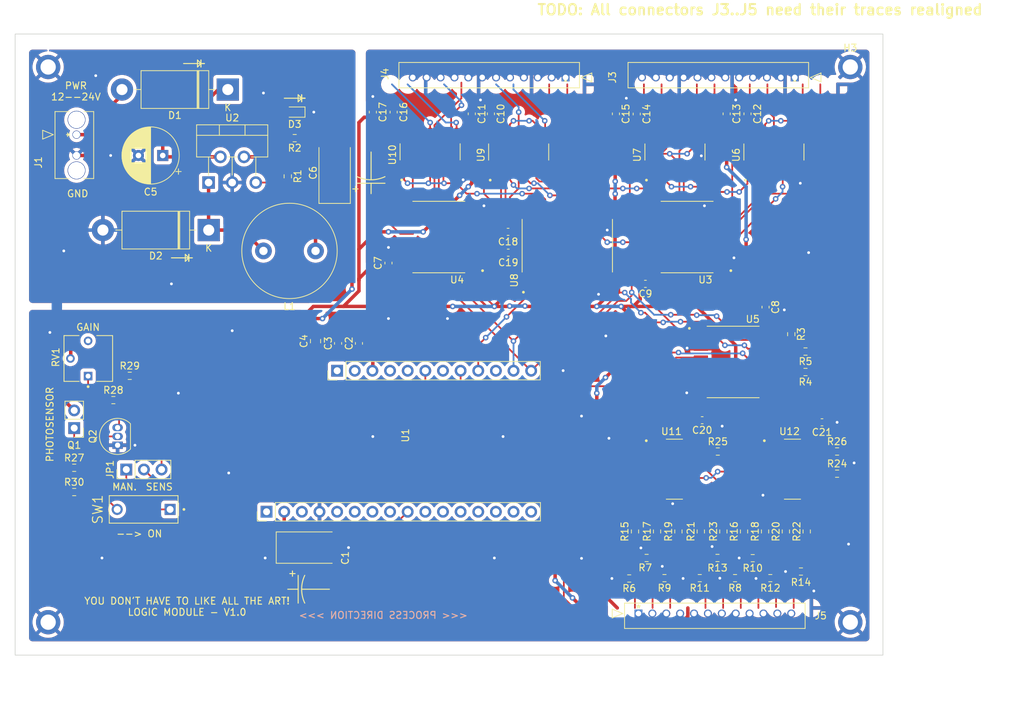
<source format=kicad_pcb>
(kicad_pcb (version 20211014) (generator pcbnew)
  (layers (0 "F.Cu" signal) (31 "B.Cu" signal) (34 "B.Paste" user) (35 "F.Paste" user) (36 "B.SilkS" user "B.Silkscreen") (37 "F.SilkS" user "F.Silkscreen") (38 "B.Mask" user) (39 "F.Mask" user) (44 "Edge.Cuts" user))
  (net 0 "")
  (net 1 "GND")
  (net 2 "VDD")
  (net 3 "+BATT")
  (net 4 "+3V3")
  (net 5 "Net-(D1-Pad2)")
  (net 6 "/5V0 (1A) Regulator/VOUT")
  (net 7 "/Button Inputs/btn_in0")
  (net 8 "/Button Inputs/btn_in1")
  (net 9 "/Button Inputs/btn_in2")
  (net 10 "/Button Inputs/btn_in3")
  (net 11 "/Button Inputs/btn_in4")
  (net 12 "/Button Inputs/btn_in5")
  (net 13 "/Button Inputs/btn_in6")
  (net 14 "/Button Inputs/btn_in7")
  (net 15 "/Button Inputs/btn_in8")
  (net 16 "/LED Signal Outputs/s0")
  (net 17 "/LED Signal Outputs/s1")
  (net 18 "/LED Signal Outputs/s2")
  (net 19 "/LED Signal Outputs/s3")
  (net 20 "/LED Signal Outputs/s4")
  (net 21 "/LED Signal Outputs/s5")
  (net 22 "/LED Signal Outputs/s6")
  (net 23 "/LED Signal Outputs/s7")
  (net 24 "/LED Signal Outputs/s8")
  (net 25 "/LED Signal Outputs/s9")
  (net 26 "/LED Signal Outputs/s10")
  (net 27 "/LED Signal Outputs/s11")
  (net 28 "/LED Signal Outputs/s12")
  (net 29 "/LED Signal Outputs/s13")
  (net 30 "/LED Signal Outputs/s14")
  (net 31 "/LED Signal Outputs/s15")
  (net 32 "Net-(R1-Pad2)")
  (net 33 "Net-(D3-Pad2)")
  (net 34 "Net-(R24-Pad1)")
  (net 35 "Net-(R25-Pad1)")
  (net 36 "/SDA")
  (net 37 "/BUTTON_INT_L")
  (net 38 "/SCL")
  (net 45 "Net-(JP1-Pad1)")
  (net 54 "/LED_EN_L")
  (net 55 "/button8")
  (net 61 "/button0")
  (net 62 "/button1")
  (net 63 "/button2")
  (net 64 "/button3")
  (net 65 "/button4")
  (net 66 "Net-(R26-Pad1)")
  (net 67 "/button5")
  (net 68 "/button6")
  (net 69 "/button7")
  (net 72 "/LED Signal Outputs/EN0_L")
  (net 73 "/led0")
  (net 74 "/led1")
  (net 75 "/led2")
  (net 76 "/led3")
  (net 77 "/LED Signal Outputs/EN1_L")
  (net 78 "/led4")
  (net 79 "/led5")
  (net 80 "/led6")
  (net 81 "/led7")
  (net 86 "/LED Signal Outputs/EN3_L")
  (net 87 "/LED Signal Outputs/EN2_L")
  (net 88 "/led8")
  (net 89 "/led9")
  (net 90 "/led10")
  (net 91 "/led11")
  (net 92 "/led12")
  (net 93 "/led13")
  (net 94 "/led14")
  (net 95 "/led15")
  (net 99 "/DARK")
  (net 100 "Net-(JP1-Pad3)")
  (net 101 "Net-(Q1-Pad1)")
  (net 102 "Net-(Q2-Pad2)")
  (net 103 "Net-(Q2-Pad3)")
  (net 104 "Net-(R28-Pad1)")
  (net 105 "Net-(R30-Pad2)")
  (net 107 "/Button Inputs/btn_buf0")
  (net 108 "/Button Inputs/btn_buf5")
  (net 109 "/Button Inputs/btn_buf1")
  (net 110 "/Button Inputs/btn_buf6")
  (net 111 "/Button Inputs/btn_buf2")
  (net 112 "/Button Inputs/btn_buf7")
  (net 113 "/Button Inputs/btn_buf3")
  (net 114 "/Button Inputs/btn_buf8")
  (net 115 "/Button Inputs/btn_buf4")
  (footprint "Capacitor_SMD:C_0603_1608Metric" (layer "F.Cu") (at 71.55 28.75 -90)
    (fp_text reference "C16")
    (fp_text value "100n")
  )
  (footprint "Capacitor_Tantalum_SMD:CP_EIA-7343-30_AVX-N" (layer "F.Cu") (at 59.05 91.5)
    (fp_text reference "C1")
    (fp_text value "22u")
  )
  (footprint "Capacitor_SMD:C_0603_1608Metric" (layer "F.Cu") (at 119.5 29 -90)
    (fp_text reference "C13")
    (fp_text value "1u")
  )
  (footprint "Aaron_TI_Parts:TI_SOIC_D_R-PDSO-G14" (layer "F.Cu") (at 128.975 80.2)
    (fp_text reference "U12")
    (fp_text value "SN74LVC14AD")
  )
  (footprint "Resistor_SMD:R_0603_1608Metric" (layer "F.Cu") (at 130.85 66.2 180)
    (fp_text reference "R4")
    (fp_text value "4K7")
  )
  (footprint "Resistor_SMD:R_0603_1608Metric" (layer "F.Cu") (at 57.3 32.5 180)
    (fp_text reference "R2")
    (fp_text value "330R")
  )
  (footprint "Resistor_SMD:R_0603_1608Metric" (layer "F.Cu") (at 123.25 93.025 180)
    (fp_text reference "R10")
    (fp_text value "10K")
  )
  (footprint "Resistor_SMD:R_0603_1608Metric" (layer "F.Cu") (at 109.475 89.175 90)
    (fp_text reference "R17")
    (fp_text value "470R")
  )
  (footprint "Aaron_THT:L_Radial_D13.5mm_P7.50mm" (layer "F.Cu") (at 60.05 48.75 180)
    (fp_text reference "L1")
    (fp_text value "150u")
  )
  (footprint "Resistor_SMD:R_0603_1608Metric" (layer "F.Cu") (at 128.8 60.75 -90)
    (fp_text reference "R3")
    (fp_text value "4K7")
  )
  (footprint "Aaron_TI_Parts:TI_SOIC_DW0016A" (layer "F.Cu") (at 113.8 46.75 180)
    (fp_text reference "U3")
    (fp_text value "PCF8574")
  )
  (footprint "LED_SMD:LED_0603_1608Metric" (layer "F.Cu") (at 57.3 28.75 180)
    (fp_text reference "D3")
    (fp_text value "PWR")
  )
  (footprint "Resistor_SMD:R_0603_1608Metric" (layer "F.Cu") (at 125.025 89.175 90)
    (fp_text reference "R18")
    (fp_text value "470R")
  )
  (footprint "Capacitor_SMD:C_0603_1608Metric" (layer "F.Cu") (at 88.025 46 180)
    (fp_text reference "C18")
    (fp_text value "1u")
  )
  (footprint "Aaron_TI_Parts:TI_SOIC_D_R-PDSO-G14" (layer "F.Cu") (at 112.05 34.5 90)
    (fp_text reference "U7")
    (fp_text value "SN74LVC00AD")
  )
  (footprint "Aaron_THT:TRIM_3362P" (layer "F.Cu") (at 27.55 64.25 90)
    (fp_text reference "RV1")
    (fp_text value "25K")
  )
  (footprint "Capacitor_SMD:C_0603_1608Metric" (layer "F.Cu") (at 122.5 29 -90)
    (fp_text reference "C12")
    (fp_text value "100n")
  )
  (footprint "Aaron_TI_Parts:TI_SOIC_DW0016A" (layer "F.Cu") (at 120.4275 64.75)
    (fp_text reference "U5")
    (fp_text value "PCF8574")
  )
  (footprint "Resistor_SMD:R_0603_1608Metric" (layer "F.Cu") (at 128.025 89.175 90)
    (fp_text reference "R20")
    (fp_text value "470R")
  )
  (footprint "Resistor_SMD:R_0603_1608Metric" (layer "F.Cu") (at 106.3 89.175 90)
    (fp_text reference "R15")
    (fp_text value "470R")
  )
  (footprint "Aaron_TI_Parts:TI_SOIC_D_R-PDSO-G14" (layer "F.Cu") (at 76.8 34.475 90)
    (fp_text reference "U10")
    (fp_text value "SN74LVC00AD")
  )
  (footprint "Resistor_SMD:R_0603_1608Metric" (layer "F.Cu") (at 112.55 89.175 90)
    (fp_text reference "R19")
    (fp_text value "470R")
  )
  (footprint "Capacitor_SMD:C_0603_1608Metric" (layer "F.Cu") (at 125.1 56.85 -90)
    (fp_text reference "C8")
    (fp_text value "100n")
  )
  (footprint "Resistor_SMD:R_0603_1608Metric" (layer "F.Cu") (at 110.545 95.9 180)
    (fp_text reference "R9")
    (fp_text value "10K")
  )
  (footprint "Resistor_SMD:R_0603_1608Metric" (layer "F.Cu") (at 56.3 38 -90)
    (fp_text reference "R1")
    (fp_text value "10K")
  )
  (footprint "Package_TO_SOT_THT:TO-92_Inline" (layer "F.Cu") (at 31.7975 76.75 90)
    (fp_text reference "Q2")
    (fp_text value "2N3904")
  )
  (footprint "Fiducial:Fiducial_1mm_Mask2mm" (layer "F.Cu") (at 137.3 96.75)
    (fp_text reference "FID2")
    (fp_text value "Fiducial")
  )
  (footprint "MountingHole:MountingHole_2.2mm_M2_ISO7380_Pad" (layer "F.Cu") (at 21.8 102.25)
    (fp_text reference "H1")
    (fp_text value "MountingHole_Pad")
  )
  (footprint "Aaron_THT:Molex-MicroLatch-53253-1270" (layer "F.Cu") (at 129.300001 23.75 180)
    (fp_text reference "J3")
    (fp_text value "Molex-MicroLatch-53253-1270")
  )
  (footprint "Diode_THT:D_DO-201AD_P15.24mm_Horizontal" (layer "F.Cu") (at 47.67 25.5 180)
    (fp_text reference "D1")
    (fp_text value "SB5100")
  )
  (footprint "Resistor_SMD:R_0603_1608Metric" (layer "F.Cu") (at 130.195 94.95 180)
    (fp_text reference "R14")
    (fp_text value "10K")
  )
  (footprint "Resistor_SMD:R_0603_1608Metric" (layer "F.Cu") (at 131.025 89.175 90)
    (fp_text reference "R22")
    (fp_text value "470R")
  )
  (footprint "Aaron_TI_Parts:TI_SOIC_D_R-PDSO-G14" (layer "F.Cu") (at 126.3 34.5 90)
    (fp_text reference "U6")
    (fp_text value "SN74LVC00AD")
  )
  (footprint "Aaron_THT:CUI-DIP-SW_DS01-254-x-01xx" (layer "F.Cu") (at 35.55 86 90)
    (fp_text reference "SW1")
    (fp_text value "SW_SPST")
  )
  (footprint "Resistor_SMD:R_0603_1608Metric" (layer "F.Cu") (at 25.55 80)
    (fp_text reference "R27")
    (fp_text value "4K7")
  )
  (footprint "Resistor_SMD:R_0603_1608Metric" (layer "F.Cu") (at 130.85 63.25 180)
    (fp_text reference "R5")
    (fp_text value "4K7")
  )
  (footprint "Capacitor_SMD:C_0603_1608Metric" (layer "F.Cu") (at 82.8 29 -90)
    (fp_text reference "C11")
    (fp_text value "1u")
  )
  (footprint "Capacitor_SMD:C_0603_1608Metric" (layer "F.Cu") (at 85.55 29 -90)
    (fp_text reference "C10")
    (fp_text value "100n")
  )
  (footprint "Capacitor_SMD:C_0603_1608Metric" (layer "F.Cu") (at 103.55 29 -90)
    (fp_text reference "C15")
    (fp_text value "1u")
  )
  (footprint "Aaron_TI_Parts:TI_SOIC_D_R-PDSO-G14" (layer "F.Cu") (at 89.55 34.5 90)
    (fp_text reference "U9")
    (fp_text value "SN74LVC00AD")
  )
  (footprint "Resistor_SMD:R_0603_1608Metric" (layer "F.Cu") (at 33.55 66.75)
    (fp_text reference "R29")
    (fp_text value "220R")
  )
  (footprint "Diode_THT:D_DO-201AD_P15.24mm_Horizontal" (layer "F.Cu") (at 44.92 45.75 180)
    (fp_text reference "D2")
    (fp_text value "SB530")
  )
  (footprint "Resistor_SMD:R_0603_1608Metric" (layer "F.Cu") (at 115.775 89.175 90)
    (fp_text reference "R21")
    (fp_text value "470R")
  )
  (footprint "Fiducial:Fiducial_1mm_Mask2mm" (layer "F.Cu") (at 136.3 29.5)
    (fp_text reference "FID3")
    (fp_text value "Fiducial")
  )
  (footprint "Resistor_SMD:R_0603_1608Metric" (layer "F.Cu") (at 122 89.175 90)
    (fp_text reference "R16")
    (fp_text value "470R")
  )
  (footprint "Fiducial:Fiducial_1mm_Mask2mm" (layer "F.Cu") (at 25.3 97.25)
    (fp_text reference "FID1")
    (fp_text value "Fiducial")
  )
  (footprint "Aaron_TI_Parts:TI_SOIC_DW0020A" (layer "F.Cu") (at 96.55 48 90)
    (fp_text reference "U8")
    (fp_text value "SN74LVC244ADW")
  )
  (footprint "Aaron_THT:Molex-MicroLatch-53253-1270" (layer "F.Cu") (at 106.800001 101)
    (fp_text reference "J5")
    (fp_text value "Molex-MicroLatch-53253-1270")
  )
  (footprint "Capacitor_SMD:C_0603_1608Metric" (layer "F.Cu") (at 106.55 29.025 -90)
    (fp_text reference "C14")
    (fp_text value "100n")
  )
  (footprint "MountingHole:MountingHole_2.2mm_M2_ISO7380_Pad" (layer "F.Cu") (at 137.3 22.25)
    (fp_text reference "H3")
    (fp_text value "MountingHole_Pad")
  )
  (footprint "Resistor_SMD:R_0603_1608Metric" (layer "F.Cu") (at 25.55 83.5)
    (fp_text reference "R30")
    (fp_text value "4K7")
  )
  (footprint "Resistor_SMD:R_0603_1608Metric" (layer "F.Cu") (at 120.705 95.9 180)
    (fp_text reference "R8")
    (fp_text value "10K")
  )
  (footprint "Capacitor_SMD:C_0603_1608Metric" (layer "F.Cu") (at 66.55 62.075 90)
    (fp_text reference "C2")
    (fp_text value "100n")
  )
  (footprint "Resistor_SMD:R_0603_1608Metric" (layer "F.Cu") (at 115.625 95.9 180)
    (fp_text reference "R11")
    (fp_text value "10K")
  )
  (footprint "Capacitor_THT:CP_Radial_D8.0mm_P3.50mm" (layer "F.Cu") (at 38.3 35 180)
    (fp_text reference "C5")
    (fp_text value "220u")
  )
  (footprint "Resistor_SMD:R_0603_1608Metric" (layer "F.Cu") (at 107.975 93 180)
    (fp_text reference "R7")
    (fp_text value "10K")
  )
  (footprint "Capacitor_SMD:C_0603_1608Metric" (layer "F.Cu") (at 88.05 49 180)
    (fp_text reference "C19")
    (fp_text value "100n")
  )
  (footprint "Resistor_SMD:R_0603_1608Metric" (layer "F.Cu") (at 119.025 89.175 90)
    (fp_text reference "R23")
    (fp_text value "470R")
  )
  (footprint "Resistor_SMD:R_0603_1608Metric" (layer "F.Cu") (at 105.465 95.95 180)
    (fp_text reference "R6")
    (fp_text value "10K")
  )
  (footprint "Connector_PinHeader_2.54mm:PinHeader_1x03_P2.54mm_Vertical" (layer "F.Cu") (at 33.05 80.25 90)
    (fp_text reference "JP1")
    (fp_text value "Jumper_3_Open")
  )
  (footprint "Capacitor_SMD:C_0603_1608Metric" (layer "F.Cu") (at 70.8 50.5 -90)
    (fp_text reference "C7")
    (fp_text value "100n")
  )
  (footprint "MountingHole:MountingHole_2.2mm_M2_ISO7380_Pad" (layer "F.Cu") (at 137.3 102.25)
    (fp_text reference "H2")
    (fp_text value "MountingHole_Pad")
  )
  (footprint "Capacitor_SMD:C_0603_1608Metric" (layer "F.Cu") (at 115.975 73.15 180)
    (fp_text reference "C20")
    (fp_text value "100n")
  )
  (footprint "Resistor_SMD:R_0603_1608Metric" (layer "F.Cu") (at 31.1875 70.25)
    (fp_text reference "R28")
    (fp_text value "470R")
  )
  (footprint "Aaron_TI_Parts:TI_SOIC_D_R-PDSO-G14" (layer "F.Cu") (at 111.975 80.2)
    (fp_text reference "U11")
    (fp_text value "SN74LVC14AD")
  )
  (footprint "Aaron_TI_Parts:TI_SOIC_DW0016A" (layer "F.Cu") (at 78.05 46.75 180)
    (fp_text reference "U4")
    (fp_text value "PCF8574")
  )
  (footprint "Resistor_SMD:R_0603_1608Metric" (layer "F.Cu") (at 125.785 95.9 180)
    (fp_text reference "R12")
    (fp_text value "10K")
  )
  (footprint "Capacitor_SMD:C_0603_1608Metric" (layer "F.Cu") (at 63.55 62.075 90)
    (fp_text reference "C3")
    (fp_text value "1u")
  )
  (footprint "MountingHole:MountingHole_2.2mm_M2_ISO7380_Pad" (layer "F.Cu") (at 21.8 22.25)
    (fp_text reference "H4")
    (fp_text value "MountingHole_Pad")
  )
  (footprint "Resistor_SMD:R_0603_1608Metric" (layer "F.Cu") (at 135.4 77.65)
    (fp_text reference "R26")
    (fp_text value "10K")
  )
  (footprint "Aaron_THT:Molex-Microfit-43650-0218" (layer "F.Cu") (at 25.886499 32.000002 90)
    (fp_text reference "J1")
    (fp_text value "Molex-MicroFit_43650-0218")
  )
  (footprint "Aaron_THT:Molex-MicroLatch-53253-1270" (layer "F.Cu") (at 96.3 23.75 180)
    (fp_text reference "J4")
    (fp_text value "Molex-MicroLatch-53253-1270")
  )
  (footprint "Connector_PinHeader_2.54mm:PinHeader_1x02_P2.54mm_Vertical" (layer "F.Cu") (at 25.55 74.275 180)
    (fp_text reference "Q1")
    (fp_text value "PT334-6B")
  )
  (footprint "aaron-imported-parts:Arduino_Feather_M4_Express_PinHeaders" (layer "F.Cu") (at 53.25 86.335 90)
    (fp_text reference "U1")
    (fp_text value "Feather_M4_Express")
  )
  (footprint "Capacitor_SMD:C_0603_1608Metric" (layer "F.Cu") (at 68.55 28.75 -90)
    (fp_text reference "C17")
    (fp_text value "1u")
  )
  (footprint "Resistor_SMD:R_0603_1608Metric" (layer "F.Cu") (at 118.225 77.66)
    (fp_text reference "R25")
    (fp_text value "10K")
  )
  (footprint "Resistor_SMD:R_0603_1608Metric" (layer "F.Cu") (at 118.175 93 180)
    (fp_text reference "R13")
    (fp_text value "10K")
  )
  (footprint "Capacitor_SMD:C_0603_1608Metric" (layer "F.Cu") (at 107.8 53.5 180)
    (fp_text reference "C9")
    (fp_text value "100n")
  )
  (footprint "Capacitor_SMD:C_0603_1608Metric" (layer "F.Cu") (at 133.225 73.45 180)
    (fp_text reference "C21")
    (fp_text value "100n")
  )
  (footprint "Capacitor_SMD:C_0805_2012Metric" (layer "F.Cu") (at 60.3 61.75 90)
    (fp_text reference "C4")
    (fp_text value "4u7")
  )
  (footprint "Package_TO_SOT_THT:TO-220-5_P3.4x3.7mm_StaggerOdd_Lead3.8mm_Vertical" (layer "F.Cu") (at 44.9 38.9)
    (fp_text reference "U2")
    (fp_text value "LM2595T-5")
  )
  (footprint "Resistor_SMD:R_0603_1608Metric" (layer "F.Cu") (at 135.4 80.85)
    (fp_text reference "R24")
    (fp_text value "10K")
  )
  (footprint "Capacitor_Tantalum_SMD:CP_EIA-7343-30_AVX-N" (layer "F.Cu") (at 63.05 37.5 90)
    (fp_text reference "C6")
    (fp_text value "68u")
  )
  (gr_line (start 43.3 22.25) (end 43.8 21.75) (layer "F.SilkS") (width 0.15))
  (gr_line (start 41.55 49.25) (end 42.05 49.75) (layer "F.SilkS") (width 0.15))
  (gr_line (start 42.05 49.25) (end 42.05 50.25) (layer "F.SilkS") (width 0.15))
  (gr_arc (start 58.747074 99.5) (mid 58.3 97.5) (end 58.747074 95.5) (layer "F.SilkS") (width 0.15))
  (gr_line (start 55.8 26.75) (end 58.8 26.75) (layer "F.SilkS") (width 0.15))
  (gr_line (start 68.3 39) (end 68.3 40.5) (layer "F.SilkS") (width 0.15))
  (gr_line (start 57.8 95.5) (end 57.8 99.5) (layer "F.SilkS") (width 0.15))
  (gr_line (start 42.05 50.25) (end 42.05 49.75) (layer "F.SilkS") (width 0.15))
  (gr_arc (start 70.3 38.052926) (mid 68.3 38.5) (end 66.3 38.052926) (layer "F.SilkS") (width 0.15))
  (gr_line (start 41.3 21.75) (end 44.3 21.75) (layer "F.SilkS") (width 0.15))
  (gr_line (start 58.8 26.75) (end 58.3 26.75) (layer "F.SilkS") (width 0.15))
  (gr_line (start 57.8 97.5) (end 56.3 97.5) (layer "F.SilkS") (width 0.15))
  (gr_line (start 43.8 21.75) (end 43.8 21.25) (layer "F.SilkS") (width 0.15))
  (gr_line (start 66.3 39) (end 70.3 39) (layer "F.SilkS") (width 0.15))
  (gr_line (start 58.3 26.25) (end 58.3 27.25) (layer "F.SilkS") (width 0.15))
  (gr_line (start 44.3 21.75) (end 43.8 21.75) (layer "F.SilkS") (width 0.15))
  (gr_line (start 57.8 26.25) (end 57.8 27.25) (layer "F.SilkS") (width 0.15))
  (gr_line (start 43.3 21.25) (end 43.8 21.75) (layer "F.SilkS") (width 0.15))
  (gr_line (start 57.8 26.25) (end 58.3 26.75) (layer "F.SilkS") (width 0.15))
  (gr_line (start 58.3 97.5) (end 62.3 97.5) (layer "F.SilkS") (width 0.15))
  (gr_line (start 42.55 49.75) (end 42.05 49.75) (layer "F.SilkS") (width 0.15))
  (gr_line (start 43.8 22.25) (end 43.8 21.75) (layer "F.SilkS") (width 0.15))
  (gr_line (start 58.3 26.75) (end 58.3 26.25) (layer "F.SilkS") (width 0.15))
  (gr_line (start 42.05 49.75) (end 42.05 49.25) (layer "F.SilkS") (width 0.15))
  (gr_line (start 68.3 38.5) (end 68.3 34.5) (layer "F.SilkS") (width 0.15))
  (gr_line (start 43.8 21.25) (end 43.8 22.25) (layer "F.SilkS") (width 0.15))
  (gr_line (start 41.55 50.25) (end 42.05 49.75) (layer "F.SilkS") (width 0.15))
  (gr_line (start 41.55 49.25) (end 41.55 50.25) (layer "F.SilkS") (width 0.15))
  (gr_line (start 57.8 27.25) (end 58.3 26.75) (layer "F.SilkS") (width 0.15))
  (gr_line (start 39.55 49.75) (end 42.55 49.75) (layer "F.SilkS") (width 0.15))
  (gr_line (start 58.3 27.25) (end 58.3 26.75) (layer "F.SilkS") (width 0.15))
  (gr_line (start 43.3 21.25) (end 43.3 22.25) (layer "F.SilkS") (width 0.15))
  (gr_rect (start 17.05 107) (end 142 17.5) (layer "Edge.Cuts") (width 0.1) (fill none))
  (gr_text "<<< PROCESS DIRECTION >>>" (at 70.05 101.25) (layer "B.SilkS") (effects (font (size 1 1)) (justify mirror)))
  (gr_text "MAN." (at 32.8 82.75) (layer "F.SilkS") (effects (font (size 1 1))))
  (gr_text "GAIN" (at 27.55 59.75) (layer "F.SilkS") (effects (font (size 1 1))))
  (gr_text "PWR\n12--24V" (at 25.8 25.75) (layer "F.SilkS") (effects (font (size 1 1))))
  (gr_text "--> ON" (at 38.3 89.5) (layer "F.SilkS") (effects (font (size 1 1)) (justify right)))
  (gr_text "TODO: All connectors J3..J5 need their traces realigned" (at 124.3 14) (layer "F.SilkS") (effects (font (size 1.5 1.5) (thickness 0.3))))
  (gr_text "SENS" (at 37.8 82.75) (layer "F.SilkS") (effects (font (size 1 1))))
  (gr_text "+" (at 66.05 39.75) (layer "F.SilkS") (effects (font (size 1 1))))
  (gr_text "PHOTOSENSOR" (at 22.05 73.75 90) (layer "F.SilkS") (effects (font (size 1 1))))
  (gr_text "GND" (at 26.05 40.5) (layer "F.SilkS") (effects (font (size 1 1))))
  (gr_text "+" (at 57.05 95.25 270) (layer "F.SilkS") (effects (font (size 1 1))))
  (gr_text "YOU DON'T HAVE TO LIKE ALL THE ART!\nLOGIC MODULE - V1.0" (at 41.8 100) (layer "F.SilkS") (effects (font (size 1 1))))
  (segment (start 119.5 27.55) (end 120.05 27) (width 0.5) (layer "F.Cu") (net 1))
  (segment (start 115.7875 69.195) (end 113.755 69.195) (width 0.5) (layer "F.Cu") (net 1))
  (segment (start 113.755 69.195) (end 113.75 69.2) (width 0.5) (layer "F.Cu") (net 1))
  (segment (start 131.69 98.11) (end 132.05 97.75) (width 0.5) (layer "F.Cu") (net 1))
  (segment (start 120.55 49) (end 120.55 49.75) (width 0.5) (layer "F.Cu") (net 1))
  (segment (start 136.225 77.65) (end 137.2 77.65) (width 0.5) (layer "F.Cu") (net 1))
  (segment (start 80.61 37.94) (end 81.17 38.5) (width 0.5) (layer "F.Cu") (net 1))
  (segment (start 60.87 88.32) (end 62.05 89.5) (width 0.5) (layer "F.Cu") (net 1))
  (segment (start 118.44 51.195) (end 119.855 51.195) (width 0.5) (layer "F.Cu") (net 1))
  (segment (start 115.86 35.06) (end 115.85 35.05) (width 0.5) (layer "F.Cu") (net 1))
  (segment (start 118.515 95.91) (end 118.775 95.9) (width 0.5) (layer "F.Cu") (net 1))
  (segment (start 137.85 78.3) (end 137.85 79.3) (width 0.5) (layer "F.Cu") (net 1))
  (segment (start 62.05 89.5) (end 62.05 91.5) (width 0.5) (layer "F.Cu") (net 1))
  (segment (start 118.775 95.9) (end 119.9 95.9) (width 0.5) (layer "F.Cu") (net 1))
  (segment (start 109.72 95.9) (end 109.72 94.705) (width 0.5) (layer "F.Cu") (net 1))
  (segment (start 116.355 42.305) (end 116.3 42.25) (width 0.5) (layer "F.Cu") (net 1))
  (segment (start 131.69 100.2) (end 131.69 98.11) (width 0.5) (layer "F.Cu") (net 1))
  (segment (start 117.35 91.4) (end 117.4 91.35) (width 0.5) (layer "F.Cu") (net 1))
  (segment (start 118.44 42.305) (end 116.355 42.305) (width 0.5) (layer "F.Cu") (net 1))
  (segment (start 120.205 48.655) (end 120.55 49) (width 0.5) (layer "F.Cu") (net 1))
  (segment (start 126.625 56.075) (end 127.8 57.25) (width 0.5) (layer "F.Cu") (net 1))
  (segment (start 130.11 38.99) (end 130.1 39) (width 0.5) (layer "F.Cu") (net 1))
  (segment (start 25.886499 35.000001) (end 30.8 35) (width 0.5) (layer "F.Cu") (net 1))
  (segment (start 120.4 75.55) (end 118.85 74) (width 0.5) (layer "F.Cu") (net 1))
  (segment (start 102.265 53.785) (end 101.05 55) (width 0.5) (layer "F.Cu") (net 1))
  (segment (start 120.55 50.5) (end 120.55 49.75) (width 0.5) (layer "F.Cu") (net 1))
  (segment (start 120.375 49.925) (end 120.55 49.75) (width 0.5) (layer "F.Cu") (net 1))
  (segment (start 122.1 27) (end 122.5 27.4) (width 0.5) (layer "F.Cu") (net 1))
  (segment (start 126.5 84.01) (end 124.785 84.01) (width 0.5) (layer "F.Cu") (net 1))
  (segment (start 113.895 62.845) (end 113.8 62.75) (width 0.25) (layer "F.Cu") (net 1))
  (segment (start 136.225 80.85) (end 137.4 80.85) (width 0.5) (layer "F.Cu") (net 1))
  (segment (start 115.86 36.975) (end 115.86 35.06) (width 0.5) (layer "F.Cu") (net 1))
  (segment (start 81.17 38.5) (end 81.55 38.5) (width 0.5) (layer "F.Cu") (net 1))
  (segment (start 120.8 27) (end 122.1 27) (width 0.5) (layer "F.Cu") (net 1))
  (segment (start 84.495 42.305) (end 84.55 42.25) (width 0.5) (layer "F.Cu") (net 1))
  (segment (start 120.4 77.1) (end 120.4 75.55) (width 0.5) (layer "F.Cu") (net 1))
  (segment (start 102.265 52.64) (end 102.265 53.785) (width 0.5) (layer "F.Cu") (net 1))
  (segment (start 31.7975 76.75) (end 34.3 76.75) (width 0.5) (layer "F.Cu") (net 1))
  (segment (start 119.05 77.66) (end 119.84 77.66) (width 0.5) (layer "F.Cu") (net 1))
  (segment (start 102.265 43.36) (end 102.265 45.715) (width 0.5) (layer "F.Cu") (net 1))
  (segment (start 102.265 45.715) (end 102.3 45.75) (width 0.5) (layer "F.Cu") (net 1))
  (segment (start 120.8 27) (end 120.8 25.25) (width 0.5) (layer "F.Cu") (net 1))
  (segment (start 118 73.15) (end 118.85 74) (width 0.5) (layer "F.Cu") (net 1))
  (segment (start 116.75 73.15) (end 118 73.15) (width 0.5) (layer "F.Cu") (net 1))
  (segment (start 124.95 95.9) (end 123.775 95.9) (width 0.5) (layer "F.Cu") (net 1))
  (segment (start 137.4 80.85) (end 137.85 80.4) (width 0.5) (layer "F.Cu") (net 1))
  (segment (start 119.5 28.225) (end 119.5 27.55) (width 0.5) (layer "F.Cu") (net 1))
  (segment (start 119.84 77.66) (end 120.4 77.1) (width 0.5) (layer "F.Cu") (net 1))
  (segment (start 58.0875 28.75) (end 60.05 28.75) (width 0.5) (layer "F.Cu") (net 1))
  (segment (start 80.61 36.95) (end 80.61 37.94) (width 0.5) (layer "F.Cu") (net 1))
  (segment (start 114.8 95.9) (end 113.275 95.9) (width 0.5) (layer "F.Cu") (net 1))
  (segment (start 130.11 36.975) (end 130.11 38.99) (width 0.5) (layer "F.Cu") (net 1))
  (segment (start 109.72 94.705) (end 110.225 94.2) (width 0.5) (layer "F.Cu") (net 1))
  (segment (start 137.2 77.65) (end 137.85 78.3) (width 0.5) (layer "F.Cu") (net 1))
  (segment (start 122.425 93.025) (end 121.325 93.025) (width 0.5) (layer "F.Cu") (net 1))
  (segment (start 60.87 86.335) (end 60.87 88.32) (width 0.5) (layer "F.Cu") (net 1))
  (segment (start 118.44 49.925) (end 120.375 49.925) (width 0.5) (layer "F.Cu") (net 1))
  (segment (start 121.325 93.025) (end 121.3 93) (width 0.5) (layer "F.Cu") (net 1))
  (segment (start 109.5 84.01) (end 110.5595 84.01) (width 0.5) (layer "F.Cu") (net 1))
  (segment (start 118.44 48.655) (end 120.205 48.655) (width 0.5) (layer "F.Cu") (net 1))
  (segment (start 62.05 91.5) (end 65.05 91.5) (width 0.5) (layer "F.Cu") (net 1))
  (segment (start 122.5 27.4) (end 122.5 28.3) (width 0.5) (layer "F.Cu") (net 1))
  (segment (start 107.15 93) (end 107.15 91.55) (width 0.5) (layer "F.Cu") (net 1))
  (segment (start 123.775 95.9) (end 123.725 95.95) (width 0.5) (layer "F.Cu") (net 1))
  (segment (start 120.8 25.25) (end 120.3 24.75) (width 0.5) (layer "F.Cu") (net 1))
  (segment (start 115.7875 62.845) (end 113.895 62.845) (width 0.25) (layer "F.Cu") (net 1))
  (segment (start 119.855 51.195) (end 120.55 50.5) (width 0.5) (layer "F.Cu") (net 1))
  (segment (start 124.785 84.01) (end 124.725 83.95) (width 0.5) (layer "F.Cu") (net 1))
  (segment (start 110.5595 84.01) (end 111.725 85.1755) (width 0.5) (layer "F.Cu") (net 1))
  (segment (start 120.05 27) (end 120.8 27) (width 0.5) (layer "F.Cu") (net 1))
  (segment (start 117.35 93) (end 117.35 91.4) (width 0.5) (layer "F.Cu") (net 1))
  (segment (start 82.69 42.305) (end 84.495 42.305) (width 0.5) (layer "F.Cu") (net 1))
  (segment (start 134 73.45) (end 135.4 73.45) (width 0.5) (layer "F.Cu") (net 1))
  (segment (start 125.1 56.075) (end 126.625 56.075) (width 0.5) (layer "F.Cu") (net 1))
  (segment (start 113.275 95.9) (end 113.225 95.95) (width 0.5) (layer "F.Cu") (net 1))
  (segment (start 137.85 80.4) (end 137.85 79.3) (width 0.5) (layer "F.Cu") (net 1))
  (segment (start 104.64 95.95) (end 102.975 95.95) (width 0.5) (layer "F.Cu") (net 1))
  (segment (start 129.37 94.95) (end 127.975 94.95) (width 0.5) (layer "F.Cu") (net 1))
  (via (at 130.1 39) (size 0.8) (drill 0.4) (layers "F.Cu" "B.Cu") (net 1))
  (via (at 120.55 49.75) (size 0.8) (drill 0.4) (layers "F.Cu" "B.Cu") (net 1))
  (via (at 52.8 26) (size 0.8) (drill 0.4) (layers "F.Cu" "B.Cu") (net 1))
  (via (at 127.8 57.25) (size 0.8) (drill 0.4) (layers "F.Cu" "B.Cu") (net 1))
  (via (at 113.225 95.95) (size 0.8) (drill 0.4) (layers "F.Cu" "B.Cu") (net 1))
  (via (at 40.55 69.25) (size 0.8) (drill 0.4) (layers "F.Cu" "B.Cu") (net 1))
  (via (at 105.05 26.75) (size 0.8) (drill 0.4) (layers "F.Cu" "B.Cu") (net 1))
  (via (at 98.6 93.05) (size 0.8) (drill 0.4) (layers "F.Cu" "B.Cu") (net 1))
  (via (at 102.55 75.75) (size 0.8) (drill 0.4) (layers "F.Cu" "B.Cu") (net 1))
  (via (at 137.85 79.3) (size 0.8) (drill 0.4) (layers "F.Cu" "B.Cu") (net 1))
  (via (at 65.05 91.5) (size 0.8) (drill 0.4) (layers "F.Cu" "B.Cu") (net 1))
  (via (at 30.8 35) (size 0.8) (drill 0.4) (layers "F.Cu" "B.Cu") (net 1))
  (via (at 121.3 93) (size 0.8) (drill 0.4) (layers "F.Cu" "B.Cu") (net 1))
  (via (at 47.8 80.75) (size 0.8) (drill 0.4) (layers "F.Cu" "B.Cu") (net 1))
  (via (at 79.3 58.5) (size 0.8) (drill 0.4) (layers "F.Cu" "B.Cu") (net 1))
  (via (at 87.3 75.5) (size 0.8) (drill 0.4) (layers "F.Cu" "B.Cu") (net 1))
  (via (at 115.85 35.05) (size 0.8) (drill 0.4) (layers "F.Cu" "B.Cu") (net 1))
  (via (at 107.15 91.55) (size 0.8) (drill 0.4) (layers "F.Cu" "B.Cu") (net 1))
  (via (at 101.05 55) (size 0.8) (drill 0.4) (layers "F.Cu" "B.Cu") (net 1))
  (via (at 70.8 58.5) (size 0.8) (drill 0.4) (layers "F.Cu" "B.Cu") (net 1))
  (via (at 84.55 42.25) (size 0.8) (drill 0.4) (layers "F.Cu" "B.Cu") (net 1))
  (via (at 81.55 38.5) (size 0.8) (drill 0.4) (layers "F.Cu" "B.Cu") (net 1))
  (via (at 68.55 75.5) (size 0.8) (drill 0.4) (layers "F.Cu" "B.Cu") (net 1))
  (via (at 22.05 60.5) (size 0.8) (drill 0.4) (layers "F.Cu" "B.Cu") (net 1))
  (via (at 53.05 93) (size 0.8) (drill 0.4) (layers "F.Cu" "B.Cu") (net 1))
  (via (at 102.3 45.75) (size 0.8) (drill 0.4) (layers "F.Cu" "B.Cu") (net 1))
  (via (at 102.1 61) (size 0.8) (drill 0.4) (layers "F.Cu" "B.Cu") (net 1))
  (via (at 124.725 83.95) (size 0.8) (drill 0.4) (layers "F.Cu" "B.Cu") (net 1))
  (via (at 118.85 74) (size 0.8) (drill 0.4) (layers "F.Cu" "B.Cu") (net 1))
  (via (at 39.55 53.5) (size 0.8) (drill 0.4) (layers "F.Cu" "B.Cu") (net 1))
  (via (at 102.975 95.95) (size 0.8) (drill 0.4) (layers "F.Cu" "B.Cu") (net 1))
  (via (at 48.3 60.25) (size 0.8) (drill 0.4) (layers "F.Cu" "B.Cu") (net 1))
  (via (at 137.05 91) (size 0.8) (drill 0.4) (layers "F.Cu" "B.Cu") (net 1))
  (via (at 127.975 94.95) (size 0.8) (drill 0.4) (layers "F.Cu" "B.Cu") (net 1))
  (via (at 110.225 94.2) (size 0.8) (drill 0.4) (layers "F.Cu" "B.Cu") (net 1))
  (via (at 98.6 72.55) (size 0.8) (drill 0.4) (layers "F.Cu" "B.Cu") (net 1))
  (via (at 70.8 48.25) (size 0.8) (drill 0.4) (layers "F.Cu" "B.Cu") (net 1))
  (via (at 135.4 73.45) (size 0.8) (drill 0.4) (layers "F.Cu" "B.Cu") (net 1))
  (via (at 111.725 85.1755) (size 0.8) (drill 0.4) (layers "F.Cu" "B.Cu") (net 1))
  (via (at 113.75 69.2) (size 0.8) (drill 0.4) (layers "F.Cu" "B.Cu") (net 1))
  (via (at 131.3 49) (size 0.8) (drill 0.4) (layers "F.Cu" "B.Cu") (net 1))
  (via (at 34.3 76.75) (size 0.8) (drill 0.4) (layers "F.Cu" "B.Cu") (net 1))
  (via (at 60.05 28.75) (size 0.8) (drill 0.4) (layers "F.Cu" "B.Cu") (net 1))
  (via (at 132.05 97.75) (size 0.8) (drill 0.4) (layers "F.Cu" "B.Cu") (net 1))
  (via (at 120.8 27) (size 0.8) (drill 0.4) (layers "F.Cu" "B.Cu") (net 1))
  (via (at 68.55 26.5) (size 0.8) (drill 0.4) (layers "F.Cu" "B.Cu") (net 1))
  (via (at 118.515 95.91) (size 0.8) (drill 0.4) (layers "F.Cu" "B.Cu") (net 1))
  (via (at 29.55 93) (size 0.8) (drill 0.4) (layers "F.Cu" "B.Cu") (net 1))
  (via (at 95.95 66) (size 0.8) (drill 0.4) (layers "F.Cu" "B.Cu") (net 1))
  (via (at 84.05 27) (size 0.8) (drill 0.4) (layers "F.Cu" "B.Cu") (net 1))
  (via (at 123.725 95.95) (size 0.8) (drill 0.4) (layers "F.Cu" "B.Cu") (net 1))
  (via (at 117.4 91.35) (size 0.8) (drill 0.4) (layers "F.Cu" "B.Cu") (net 1))
  (via (at 113.8 62.75) (size 0.8) (drill 0.4) (layers "F.Cu" "B.Cu") (net 1))
  (via (at 28.65 23.5) (size 0.8) (drill 0.4) (layers "F.Cu" "B.Cu") (net 1))
  (via (at 86.05 93) (size 0.8) (drill 0.4) (layers "F.Cu" "B.Cu") (net 1))
  (via (at 24.05 48.75) (size 0.8) (drill 0.4) (layers "F.Cu" "B.Cu") (net 1))
  (via (at 116.3 42.25) (size 0.8) (drill 0.4) (layers "F.Cu" "B.Cu") (net 1))
  (segment (start 23.05 58.75) (end 23.05 54.25) (width 1.5) (layer "B.Cu") (net 1))
  (segment (start 68.55 62.5) (end 68.55 66) (width 0.5) (layer "F.Cu") (net 2))
  (segment (start 94.8 85.25) (end 94.8 96.25) (width 0.5) (layer "F.Cu") (net 2))
  (segment (start 113.91 101.39) (end 113.05 102.25) (width 0.5) (layer "F.Cu") (net 2))
  (segment (start 60.3 48.75) (end 60.3 44.25) (width 0.5) (layer "F.Cu") (net 2))
  (segment (start 54.35 35.2) (end 55.78927 35.2) (width 0.5) (layer "F.Cu") (net 2))
  (segment (start 60.3 43.25) (end 62.8 40.75) (width 0.5) (layer "F.Cu") (net 2))
  (segment (start 58.3 59.5) (end 58.3 60.25) (width 0.5) (layer "F.Cu") (net 2))
  (segment (start 60.3 39.71073) (end 60.3 44.25) (width 0.5) (layer "F.Cu") (net 2))
  (segment (start 92.3 82.75) (end 94.8 85.25) (width 0.5) (layer "F.Cu") (net 2))
  (segment (start 59.3 58.5) (end 58.3 59.5) (width 0.5) (layer "F.Cu") (net 2))
  (segment (start 60.3 60.8) (end 61.85 60.8) (width 0.5) (layer "F.Cu") (net 2))
  (segment (start 55.3 32.5) (end 54.35 33.45) (width 0.25) (layer "F.Cu") (net 2))
  (segment (start 63.8 82.75) (end 92.3 82.75) (width 0.5) (layer "F.Cu") (net 2))
  (segment (start 56.925 75.875) (end 63.8 82.75) (width 0.5) (layer "F.Cu") (net 2))
  (segment (start 58.3 59.5) (end 56.925 60.875) (width 0.5) (layer "F.Cu") (net 2))
  (segment (start 58.8 60.75) (end 60.3 60.75) (width 0.5) (layer "F.Cu") (net 2))
  (segment (start 56.925 60.875) (end 56.925 75.875) (width 0.5) (layer "F.Cu") (net 2))
  (segment (start 100.8 102.25) (end 113.05 102.25) (width 0.5) (layer "F.Cu") (net 2))
  (segment (start 61.3 58.5) (end 59.3 58.5) (width 0.5) (layer "F.Cu") (net 2))
  (segment (start 62.3 61.25) (end 63.55 61.25) (width 0.5) (layer "F.Cu") (net 2))
  (segment (start 63.55 61.3) (end 66.5 61.3) (width 0.5) (layer "F.Cu") (net 2))
  (segment (start 113.91 100.2) (end 113.91 101.39) (width 0.5) (layer "F.Cu") (net 2))
  (segment (start 50 35.2) (end 54.35 35.2) (width 0.5) (layer "F.Cu") (net 2))
  (segment (start 97.3 98.75) (end 100.8 102.25) (width 0.5) (layer "F.Cu") (net 2))
  (segment (start 63.3 40.75) (end 65.55 43) (width 0.5) (layer "F.Cu") (net 2))
  (segment (start 54.35 33.45) (end 54.35 35.2) (width 0.25) (layer "F.Cu") (net 2))
  (segment (start 58.3 60.25) (end 58.8 60.75) (width 0.5) (layer "F.Cu") (net 2))
  (segment (start 67.35 61.3) (end 68.55 62.5) (width 0.5) (layer "F.Cu") (net 2))
  (segment (start 60.3 44.25) (end 60.3 43.25) (width 0.5) (layer "F.Cu") (net 2))
  (segment (start 56.475 32.5) (end 55.3 32.5) (width 0.25) (layer "F.Cu") (net 2))
  (segment (start 66.55 61.3) (end 67.35 61.3) (width 0.5) (layer "F.Cu") (net 2))
  (segment (start 55.78927 35.2) (end 60.3 39.71073) (width 0.5) (layer "F.Cu") (net 2))
  (segment (start 65.55 43) (end 65.55 54.25) (width 0.5) (layer "F.Cu") (net 2))
  (segment (start 61.85 60.8) (end 62.3 61.25) (width 0.5) (layer "F.Cu") (net 2))
  (via (at 94.8 96.25) (size 0.8) (drill 0.4) (layers "F.Cu" "B.Cu") (net 2))
  (via (at 65.55 54.25) (size 0.8) (drill 0.4) (layers "F.Cu" "B.Cu") (net 2))
  (via (at 61.3 58.5) (size 0.8) (drill 0.4) (layers "F.Cu" "B.Cu") (net 2))
  (via (at 97.3 98.75) (size 0.8) (drill 0.4) (layers "F.Cu" "B.Cu") (net 2))
  (segment (start 94.8 96.25) (end 97.3 98.75) (width 0.5) (layer "B.Cu") (net 2))
  (segment (start 65.55 54.25) (end 61.3 58.5) (width 0.5) (layer "B.Cu") (net 2))
  (segment (start 38.3 35.25) (end 38.3 33.5) (width 0.5) (layer "F.Cu") (net 3))
  (segment (start 46.6 35.2) (end 38.35 35.2) (width 0.5) (layer "F.Cu") (net 3))
  (segment (start 38.3 33.5) (end 46.3 25.5) (width 0.5) (layer "F.Cu") (net 3))
  (segment (start 46.3 25.5) (end 47.8 25.5) (width 0.5) (layer "F.Cu") (net 3))
  (segment (start 103.45 32.87) (end 103.45 38.73) (width 0.5) (layer "F.Cu") (net 4))
  (segment (start 88.20469 56.75) (end 88.252345 56.702345) (width 0.5) (layer "F.Cu") (net 4))
  (segment (start 128.8 56.65) (end 128.125 55.975) (width 0.25) (layer "F.Cu") (net 4))
  (segment (start 22.92548 68.32452) (end 22.92548 63.62452) (width 0.5) (layer "F.Cu") (net 4))
  (segment (start 122.05 56.75) (end 116.85 56.75) (width 0.5) (layer "F.Cu") (net 4))
  (segment (start 131.675 66.2) (end 132.55 66.2) (width 0.5) (layer "F.Cu") (net 4))
  (segment (start 125.1 57.625) (end 122.925 57.625) (width 0.5) (layer "F.Cu") (net 4))
  (segment (start 132.5 74.9) (end 132.5 73.55) (width 0.5) (layer "F.Cu") (net 4))
  (segment (start 66.55 53) (end 66.55 48.5) (width 0.5) (layer "F.Cu") (net 4))
  (segment (start 69.05 46) (end 66.55 48.5) (width 0.5) (layer "F.Cu") (net 4))
  (segment (start 107.05 55.75) (end 106.05 56.75) (width 0.5) (layer "F.Cu") (net 4))
  (segment (start 130.15 71.55) (end 132.6 69.1) (width 0.5) (layer "F.Cu") (net 4))
  (segment (start 115.7875 61.575) (end 113.975 61.575) (width 0.25) (layer "F.Cu") (net 4))
  (segment (start 130.975 58.825) (end 131.45 59.3) (width 0.5) (layer "F.Cu") (net 4))
  (segment (start 114.45 73.85) (end 115.15 73.15) (width 0.5) (layer "F.Cu") (net 4))
  (segment (start 25.775 60.775) (end 27.3 59.25) (width 0.5) (layer "F.Cu") (net 4))
  (segment (start 122.3 47.1) (end 122.3 51.3) (width 0.5) (layer "F.Cu") (net 4))
  (segment (start 90.19 43.36) (end 88.8 44.75) (width 0.5) (layer "F.Cu") (net 4))
  (segment (start 105.8 58.25) (end 104.3 56.75) (width 0.5) (layer "F.Cu") (net 4))
  (segment (start 108.24 30.19) (end 107.825 29.775) (width 0.5) (layer "F.Cu") (net 4))
  (segment (start 112.705 60.305) (end 112.625 60.225) (width 0.25) (layer "F.Cu") (net 4))
  (segment (start 132.6 69.1) (end 133.45 68.25) (width 0.5) (layer "F.Cu") (net 4))
  (segment (start 125.825 57.625) (end 127 58.8) (width 0.5) (layer "F.Cu") (net 4))
  (segment (start 126.495 60.305) (end 127 59.8) (width 0.5) (layer "F.Cu") (net 4))
  (segment (start 125.1 57.625) (end 125.825 57.625) (width 0.5) (layer "F.Cu") (net 4))
  (segment (start 107.05 52) (end 107.05 55.75) (width 0.5) (layer "F.Cu") (net 4))
  (segment (start 101.8 30.34) (end 101.8 31.22) (width 0.5) (layer "F.Cu") (net 4))
  (segment (start 90.835 41.815) (end 91.15 41.5) (width 0.25) (layer "F.Cu") (net 4))
  (segment (start 25.55 71.735) (end 22.92548 69.11048) (width 0.5) (layer "F.Cu") (net 4))
  (segment (start 92.105 41.755) (end 92.105 43.36) (width 0.25) (layer "F.Cu") (net 4))
  (segment (start 81.05 40.75) (end 75.8 46) (width 0.5) (layer "F.Cu") (net 4))
  (segment (start 25.05 64.25) (end 25.05 61.5) (width 0.5) (layer "F.Cu") (net 4))
  (segment (start 49.305 72.495) (end 36.06 59.25) (width 0.5) (layer "F.Cu") (net 4))
  (segment (start 64.322102 56.75) (end 80.05 56.75) (width 0.5) (layer "F.Cu") (net 4))
  (segment (start 131.45 75.95) (end 132.5 74.9) (width 0.5) (layer "F.Cu") (net 4))
  (segment (start 131.45 76.39) (end 131.45 75.95) (width 0.5) (layer "F.Cu") (net 4))
  (segment (start 115.2 56.75) (end 114.65 56.75) (width 0.5) (layer "F.Cu") (net 4))
  (segment (start 122.925 57.625) (end 122.05 56.75) (width 0.5) (layer "F.Cu") (net 4))
  (segment (start 66.55 30.25) (end 67.3 29.5) (width 0.5) (layer "F.Cu") (net 4))
  (segment (start 50.199511 73.389511) (end 50.18 73.37) (width 0.5) (layer "F.Cu") (net 4))
  (segment (start 128.8 59.925) (end 128.8 56.65) (width 0.25) (layer "F.Cu") (net 4))
  (segment (start 133.45 68.25) (end 133.45 65.3) (width 0.5) (layer "F.Cu") (net 4))
  (segment (start 91.85 41.5) (end 92.105 41.755) (width 0.25) (layer "F.Cu") (net 4))
  (segment (start 122.3 51.3) (end 116.85 56.75) (width 0.5) (layer "F.Cu") (net 4))
  (segment (start 114.45 76.39) (end 114.45 73.85) (width 0.5) (layer "F.Cu") (net 4))
  (segment (start 22.92548 63.62452) (end 25.775 60.775) (width 0.5) (layer "F.Cu") (net 4))
  (segment (start 107.855 51.195) (end 107.05 52) (width 0.5) (layer "F.Cu") (net 4))
  (segment (start 55.79 86.335) (end 55.79 91.24) (width 0.5) (layer "F.Cu") (net 4))
  (segment (start 90.835 43.36) (end 90.835 41.815) (width 0.25) (layer "F.Cu") (net 4))
  (segment (start 125.0675 60.305) (end 126.495 60.305) (width 0.5) (layer "F.Cu") (net 4))
  (segment (start 102.365 29.775) (end 101.8 30.34) (width 0.5) (layer "F.Cu") (net 4))
  (segment (start 109.16 51.195) (end 107.855 51.195) (width 0.5) (layer "F.Cu") (net 4))
  (segment (start 91.15 41.5) (end 91.85 41.5) (width 0.25) (layer "F.Cu") (net 4))
  (segment (start 82.8 29.775) (end 82.8 39) (width 0.5) (layer "F.Cu") (net 4))
  (segment (start 107.825 29.775) (end 103.55 29.775) (width 0.5) (layer "F.Cu") (net 4))
  (segment (start 118.5 69.75) (end 118.55 69.75) (width 0.5) (layer "F.Cu") (net 4))
  (segment (start 49.305 72.495) (end 49.305 67.435018) (width 0.5) (layer "F.Cu") (net 4))
  (segment (start 116.55 70.8) (end 117.45 70.8) (width 0.5) (layer "F.Cu") (net 4))
  (segment (start 126.95 54.8) (end 128.125 55.975) (width 0.5) (layer "F.Cu") (net 4))
  (segment (start 131.675 63.25) (end 132.45 63.25) (width 0.5) (layer "F.Cu") (net 4))
  (segment (start 54.05 91.5) (end 50.199511 87.649511) (width 0.5) (layer "F.Cu") (net 4))
  (segment (start 115.7875 60.305) (end 112.705 60.305) (width 0.25) (layer "F.Cu") (net 4))
  (segment (start 68.105 51.195) (end 66.55 52.75) (width 0.5) (layer "F.Cu") (net 4))
  (segment (start 83.995 51.195) (end 84.8 52) (width 0.25) (layer "F.Cu") (net 4))
  (segment (start 66.55 52.75) (end 66.55 53) (width 0.5) (layer "F.Cu") (net 4))
  (segment (start 22.92548 69.11048) (end 22.92548 68.32452) (width 0.5) (layer "F.Cu") (net 4))
  (segment (start 113.975 61.575) (end 112.625 60.225) (width 0.25) (layer "F.Cu") (net 4))
  (segment (start 122.49 32.025) (end 122.49 29.81) (width 0.5) (layer "F.Cu") (net 4))
  (segment (start 130.15 72.8) (end 130.15 71.55) (width 0.5) (layer "F.Cu") (net 4))
  (segment (start 72.99 32) (end 72.99 29.94) (width 0.5) (layer "F.Cu") (net 4))
  (segment (start 59.990018 56.75) (end 64.322102 56.75) (width 0.5) (layer "F.Cu") (net 4))
  (segment (start 133.45 62.25) (end 133.45 61.3) (width 0.5) (layer "F.Cu") (net 4))
  (segment (start 130.8 73.45) (end 130.15 72.8) (width 0.5) (layer "F.Cu") (net 4))
  (segment (start 66.55 48.5) (end 66.55 30.25) (width 0.5) (layer "F.Cu") (net 4))
  (segment (start 82.8 39) (end 82.3 39.5) (width 0.5) (layer "F.Cu") (net 4))
  (segment (start 72.99 29.94) (end 72.55 29.5) (width 0.5) (layer "F.Cu") (net 4))
  (segment (start 132.45 73.45) (end 130.8 73.45) (width 0.5) (layer "F.Cu") (net 4))
  (segment (start 50.199511 87.649511) (end 50.199511 73.389511) (width 0.5) (layer "F.Cu") (net 4))
  (segment (start 122.43 29.75) (end 119.55 29.75) (width 0.5) (layer "F.Cu") (net 4))
  (segment (start 27.3 59.25) (end 36.06 59.25) (width 0.5) (layer "F.Cu") (net 4))
  (segment (start 102.05 67) (end 105.8 63.25) (width 0.5) (layer "F.Cu") (net 4))
  (segment (start 100.8 97.25) (end 100.8 69.25) (width 0.5) (layer "F.Cu") (net 4))
  (segment (start 127 58.8) (end 127 59.8) (width 0.5) (layer "F.Cu") (net 4))
  (segment (start 90.447655 56.697655) (end 90.5 56.75) (width 0.5) (layer "F.Cu") (net 4))
  (segment (start 132.45 63.25) (end 133.45 62.25) (width 0.5) (layer "F.Cu") (net 4))
  (segment (start 108.24 32.025) (end 108.24 30.19) (width 0.5) (layer "F.Cu") (net 4))
  (segment (start 90.5 56.75) (end 100.8 56.75) (width 0.5) (layer "F.Cu") (net 4))
  (segment (start 22.92548 74.37452) (end 22.92548 68.32452) (width 0.5) (layer "F.Cu") (net 4))
  (segment (start 50.18 73.37) (end 49.305 72.495) (width 0.5) (layer "F.Cu") (net 4))
  (segment (start 85.74 32.025) (end 85.74 29.94) (width 0.5) (layer "F.Cu") (net 4))
  (segment (start 70.8 46) (end 69.05 46) (width 0.5) (layer "F.Cu") (net 4))
  (segment (start 73.41 51.195) (end 68.105 51.195) (width 0.5) (layer "F.Cu") (net 4))
  (segment (start 116.85 56.75) (end 114.65 56.75) (width 0.5) (layer "F.Cu") (net 4))
  (segment (start 67.3 29.5) (end 68.3 29.5) (width 0.5) (layer "F.Cu") (net 4))
  (segment (start 105.15 56.75) (end 106.05 56.75) (width 0.5) (layer "F.Cu") (net 4))
  (segment (start 82.69 51.195) (end 83.995 51.195) (width 0.25) (layer "F.Cu") (net 4))
  (segment (start 84.8 52) (end 84.8 55.5) (width 0.25) (layer "F.Cu") (net 4))
  (segment (start 84.8 55.5) (end 86.05 56.75) (width 0.25) (layer "F.Cu") (net 4))
  (segment (start 101.8 31.22) (end 103.45 32.87) (width 0.5) (layer "F.Cu") (net 4))
  (segment (start 120.8 67.5) (end 120.8 62.35) (width 0.5) (layer "F.Cu") (net 4))
  (segment (start 122.05 56.75) (end 124 54.8) (width 0.5) (layer "F.Cu") (net 4))
  (segment (start 133.45 65.3) (end 133.45 62.25) (width 0.5) (layer "F.Cu") (net 4))
  (segment (start 100.8 56.75) (end 103.42548 54.12452) (width 0.5) (layer "F.Cu") (net 4))
  (segment (start 115.2 73.15) (end 115.2 72.15) (width 0.5) (layer "F.Cu") (net 4))
  (segment (start 25.05 61.5) (end 25.775 60.775) (width 0.5) (layer "F.Cu") (net 4))
  (segment (start 103.42548 54.12452) (end 103.42548 40.54902) (width 0.5) (layer "F.Cu") (net 4))
  (segment (start 64.322102 56.75) (end 66.55 54.522102) (width 0.5) (layer "F.Cu") (net 4))
  (segment (start 104.3 56.75) (end 105.15 56.75) (width 0.5) (layer "F.Cu") (net 4))
  (segment (start 124 54.8) (end 126.95 54.8) (width 0.5) (layer "F.Cu") (net 4))
  (segment (start 114.65 56.75) (end 109.15 56.75) (width 0.5) (layer "F.Cu") (net 4))
  (segment (start 86.05 56.75) (end 88.20469 56.75) (width 0.5) (layer "F.Cu") (net 4))
  (segment (start 88.8 54) (end 86.05 56.75) (width 0.5) (layer "F.Cu") (net 4))
  (segment (start 112.625 60.225) (end 109.15 56.75) (width 0.25) (layer "F.Cu") (net 4))
  (segment (start 115.2 72.15) (end 116.55 70.8) (width 0.5) (layer "F.Cu") (net 4))
  (segment (start 72.55 29.5) (end 71.3 29.5) (width 0.5) (layer "F.Cu") (net 4))
  (segment (start 105.8 63.25) (end 105.8 58.25) (width 0.5) (layer "F.Cu") (net 4))
  (segment (start 88.8 44.75) (end 88.8 54) (width 0.5) (layer "F.Cu") (net 4))
  (segment (start 103.42548 40.54902) (end 103.45 40.5245) (width 0.5) (layer "F.Cu") (net 4))
  (segment (start 101.55 98) (end 100.8 97.25) (width 0.5) (layer "F.Cu") (net 4))
  (segment (start 68.3 29.5) (end 71.55 29.5) (width 0.5) (layer "F.Cu") (net 4))
  (segment (start 133.45 61.3) (end 131.45 59.3) (width 0.5) (layer "F.Cu") (net 4))
  (segment (start 117.45 70.8) (end 118.5 69.75) (width 0.5) (layer "F.Cu") (net 4))
  (segment (start 90.835 43.36) (end 90.19 43.36) (width 0.5) (layer "F.Cu") (net 4))
  (segment (start 66.55 54.522102) (end 66.55 53) (width 0.5) (layer "F.Cu") (net 4))
  (segment (start 103.75 100.2) (end 101.55 98) (width 0.5) (layer "F.Cu") (net 4))
  (segment (start 119.5 29.775) (end 119.5 36.7) (width 0.5) (layer "F.Cu") (net 4))
  (segment (start 24.725 83.5) (end 22.92548 81.70048) (width 0.5) (layer "F.Cu") (net 4))
  (segment (start 22.92548 81.70048) (end 22.92548 74.37452) (width 0.5) (layer "F.Cu") (net 4))
  (segment (start 103.55 29.775) (end 102.365 29.775) (width 0.5) (layer "F.Cu") (net 4))
  (segment (start 82.8 29.775) (end 85.525 29.775) (width 0.5) (layer "F.Cu") (net 4))
  (segment (start 132.55 66.2) (end 133.45 65.3) (width 0.5) (layer "F.Cu") (net 4))
  (segment (start 49.305 67.435018) (end 59.990018 56.75) (width 0.5) (layer "F.Cu") (net 4))
  (segment (start 55.9375 91.5) (end 54.05 91.5) (width 0.5) (layer "F.Cu") (net 4))
  (segment (start 118.55 69.75) (end 120.8 67.5) (width 0.5) (layer "F.Cu") (net 4))
  (segment (start 120.8 62.35) (end 115.2 56.75) (width 0.5) (layer "F.Cu") (net 4))
  (segment (start 128.125 55.975) (end 130.975 58.825) (width 0.5) (layer "F.Cu") (net 4))
  (segment (start 109.15 56.75) (end 105.15 56.75) (width 0.5) (layer "F.Cu") (net 4))
  (via (at 70.8 46) (size 0.8) (drill 0.4) (layers "F.Cu" "B.Cu") (net 4))
  (via (at 103.45 38.73) (size 0.8) (drill 0.4) (layers "F.Cu" "B.Cu") (net 4))
  (via (at 100.8 69.25) (size 0.8) (drill 0.4) (layers "F.Cu" "B.Cu") (net 4))
  (via (at 104.3 56.75) (size 0.8) (drill 0.4) (layers "F.Cu" "B.Cu") (net 4))
  (via (at 100.8 56.75) (size 0.8) (drill 0.4) (layers "F.Cu" "B.Cu") (net 4))
  (via (at 86.05 56.75) (size 0.8) (drill 0.4) (layers "F.Cu" "B.Cu") (net 4))
  (via (at 88.252345 56.702345) (size 0.8) (drill 0.4) (layers "F.Cu" "B.Cu") (net 4))
  (via (at 122.3 47.1) (size 0.8) (drill 0.4) (layers "F.Cu" "B.Cu") (net 4))
  (via (at 90.447655 56.697655) (size 0.8) (drill 0.4) (layers "F.Cu" "B.Cu") (net 4))
  (via (at 102.05 67) (size 0.8) (drill 0.4) (layers "F.Cu" "B.Cu") (net 4))
  (via (at 103.45 40.5245) (size 0.8) (drill 0.4) (layers "F.Cu" "B.Cu") (net 4))
  (via (at 80.05 56.75) (size 0.8) (drill 0.4) (layers "F.Cu" "B.Cu") (net 4))
  (via (at 81.05 40.75) (size 0.8) (drill 0.4) (layers "F.Cu" "B.Cu") (net 4))
  (via (at 82.3 39.5) (size 0.8) (drill 0.4) (layers "F.Cu" "B.Cu") (net 4))
  (via (at 75.8 46) (size 0.8) (drill 0.4) (layers "F.Cu" "B.Cu") (net 4))
  (via (at 119.5 36.7) (size 0.8) (drill 0.4) (layers "F.Cu" "B.Cu") (net 4))
  (segment (start 103.45 40.5245) (end 103.45 38.73) (width 0.5) (layer "B.Cu") (net 4))
  (segment (start 90.252345 56.702345) (end 90.257035 56.697655) (width 0.5) (layer "B.Cu") (net 4))
  (segment (start 82.3 39.5) (end 81.05 40.75) (width 0.5) (layer "B.Cu") (net 4))
  (segment (start 122.3 39.5) (end 122.3 47.1) (width 0.5) (layer "B.Cu") (net 4))
  (segment (start 80.05 56.75) (end 86.05 56.75) (width 0.5) (layer "B.Cu") (net 4))
  (segment (start 100.8 69.25) (end 100.8 68.25) (width 0.5) (layer "B.Cu") (net 4))
  (segment (start 100.8 68.25) (end 102.05 67) (width 0.5) (layer "B.Cu") (net 4))
  (segment (start 90.257035 56.697655) (end 90.447655 56.697655) (width 0.5) (layer "B.Cu") (net 4))
  (segment (start 88.252345 56.702345) (end 90.252345 56.702345) (width 0.5) (layer "B.Cu") (net 4))
  (segment (start 119.5 36.7) (end 122.3 39.5) (width 0.5) (layer "B.Cu") (net 4))
  (segment (start 100.8 56.75) (end 104.3 56.75) (width 0.5) (layer "B.Cu") (net 4))
  (segment (start 75.8 46) (end 70.8 46) (width 0.5) (layer "B.Cu") (net 4))
  (segment (start 31.006907 29.293093) (end 31.006907 27.706907) (width 0.5) (layer "F.Cu") (net 5))
  (segment (start 31.006907 27.706907) (end 32.55 26.163815) (width 0.5) (layer "F.Cu") (net 5))
  (segment (start 25.886499 32.000002) (end 28.299998 32.000002) (width 0.5) (layer "F.Cu") (net 5))
  (segment (start 28.299998 32.000002) (end 31.006907 29.293093) (width 0.5) (layer "F.Cu") (net 5))
  (segment (start 52.8 48.75) (end 49.8 45.75) (width 0.5) (layer "F.Cu") (net 6))
  (segment (start 49.8 45.75) (end 45.05 45.75) (width 0.5) (layer "F.Cu") (net 6))
  (segment (start 44.9 38.9) (end 44.9 45.85) (width 0.5) (layer "F.Cu") (net 6))
  (segment (start 106.3 91.125) (end 105.975 91.45) (width 0.25) (layer "F.Cu") (net 7))
  (segment (start 106.29 95.015) (end 105.975 94.7) (width 0.25) (layer "F.Cu") (net 7))
  (segment (start 105.975 94.7) (end 105.975 91.45) (width 0.25) (layer "F.Cu") (net 7))
  (segment (start 106.3 90) (end 106.3 91.125) (width 0.25) (layer "F.Cu") (net 7))
  (segment (start 106.29 95.95) (end 106.29 95.015) (width 0.25) (layer "F.Cu") (net 7))
  (segment (start 106.29 95.95) (end 106.29 100.195) (width 0.25) (layer "F.Cu") (net 7))
  (segment (start 109.475 91.45) (end 108.8 92.125) (width 0.25) (layer "F.Cu") (net 8))
  (segment (start 109.475 90) (end 109.475 91.45) (width 0.25) (layer "F.Cu") (net 8))
  (segment (start 108.83 97.305) (end 108.83 100.2) (width 0.25) (layer "F.Cu") (net 8))
  (segment (start 108.8 92.125) (end 108.8 93) (width 0.25) (layer "F.Cu") (net 8))
  (segment (start 108.475 94.7) (end 108.475 96.95) (width 0.25) (layer "F.Cu") (net 8))
  (segment (start 108.8 94.375) (end 108.475 94.7) (width 0.25) (layer "F.Cu") (net 8))
  (segment (start 108.475 96.95) (end 108.83 97.305) (width 0.25) (layer "F.Cu") (net 8))
  (segment (start 108.8 93) (end 108.8 94.375) (width 0.25) (layer "F.Cu") (net 8))
  (segment (start 112.55 90) (end 112.55 91.625) (width 0.25) (layer "F.Cu") (net 9))
  (segment (start 111.37 95.9) (end 111.37 100.185) (width 0.25) (layer "F.Cu") (net 9))
  (segment (start 112.55 91.625) (end 111.37 92.805) (width 0.25) (layer "F.Cu") (net 9))
  (segment (start 111.37 92.805) (end 111.37 95.9) (width 0.25) (layer "F.Cu") (net 9))
  (segment (start 116.45 94.425) (end 115.775 93.75) (width 0.25) (layer "F.Cu") (net 10))
  (segment (start 116.45 100.2) (end 116.45 95.725) (width 0.25) (layer "F.Cu") (net 10))
  (segment (start 116.45 95.9) (end 116.45 94.425) (width 0.25) (layer "F.Cu") (net 10))
  (segment (start 115.775 93.75) (end 115.775 90) (width 0.25) (layer "F.Cu") (net 10))
  (segment (start 118.99 100.2) (end 118.99 97.715) (width 0.25) (layer "F.Cu") (net 11))
  (segment (start 117.725 94.95) (end 118.225 94.45) (width 0.25) (layer "F.Cu") (net 11))
  (segment (start 118.975 94.2) (end 118.975 89.95) (width 0.25) (layer "F.Cu") (net 11))
  (segment (start 118.725 94.45) (end 118.975 94.2) (width 0.25) (layer "F.Cu") (net 11))
  (segment (start 118.225 94.45) (end 118.725 94.45) (width 0.25) (layer "F.Cu") (net 11))
  (segment (start 117.725 96.45) (end 117.725 94.95) (width 0.25) (layer "F.Cu") (net 11))
  (segment (start 118.99 97.715) (end 117.725 96.45) (width 0.25) (layer "F.Cu") (net 11))
  (segment (start 120.975 94.45) (end 121.225 94.45) (width 0.25) (layer "F.Cu") (net 12))
  (segment (start 121.53 94.755) (end 121.225 94.45) (width 0.25) (layer "F.Cu") (net 12))
  (segment (start 120.225 92.7) (end 120.225 93.7) (width 0.25) (layer "F.Cu") (net 12))
  (segment (start 122 90.925) (end 120.225 92.7) (width 0.25) (layer "F.Cu") (net 12))
  (segment (start 122 90) (end 122 90.925) (width 0.25) (layer "F.Cu") (net 12))
  (segment (start 120.225 93.7) (end 120.975 94.45) (width 0.25) (layer "F.Cu") (net 12))
  (segment (start 121.53 95.9) (end 121.53 94.755) (width 0.25) (layer "F.Cu") (net 12))
  (segment (start 121.53 100.2) (end 121.53 96.005) (width 0.25) (layer "F.Cu") (net 12))
  (segment (start 125.025 90) (end 125.025 91.15) (width 0.25) (layer "F.Cu") (net 13))
  (segment (start 124.075 93.025) (end 124.075 94.1) (width 0.25) (layer "F.Cu") (net 13))
  (segment (start 124.07 98.795) (end 124.07 100.2) (width 0.25) (layer "F.Cu") (net 13))
  (segment (start 124.075 92.1) (end 124.075 93.025) (width 0.25) (layer "F.Cu") (net 13))
  (segment (start 122.725 97.45) (end 124.07 98.795) (width 0.25) (layer "F.Cu") (net 13))
  (segment (start 125.025 91.15) (end 124.075 92.1) (width 0.25) (layer "F.Cu") (net 13))
  (segment (start 124.075 94.1) (end 122.725 95.45) (width 0.25) (layer "F.Cu") (net 13))
  (segment (start 122.725 95.45) (end 122.725 97.45) (width 0.25) (layer "F.Cu") (net 13))
  (segment (start 125.225 93.7) (end 126.61 95.085) (width 0.25) (layer "F.Cu") (net 14))
  (segment (start 126.61 95.085) (end 126.61 95.9) (width 0.25) (layer "F.Cu") (net 14))
  (segment (start 127.975 90.05) (end 127.975 90.95) (width 0.25) (layer "F.Cu") (net 14))
  (segment (start 127.975 90.95) (end 127.725 91.2) (width 0.25) (layer "F.Cu") (net 14))
  (segment (start 127.725 91.2) (end 126.475 91.2) (width 0.25) (layer "F.Cu") (net 14))
  (segment (start 126.61 95.9) (end 126.61 100.065) (width 0.25) (layer "F.Cu") (net 14))
  (segment (start 126.475 91.2) (end 125.225 92.45) (width 0.25) (layer "F.Cu") (net 14))
  (segment (start 125.225 92.45) (end 125.225 93.7) (width 0.25) (layer "F.Cu") (net 14))
  (segment (start 130.975 96.7) (end 130.975 94.95) (width 0.25) (layer "F.Cu") (net 15))
  (segment (start 129.15 98.525) (end 130.975 96.7) (width 0.25) (layer "F.Cu") (net 15))
  (segment (start 131.025 90) (end 131.025 95.15) (width 0.25) (layer "F.Cu") (net 15))
  (segment (start 129.15 100.2) (end 129.15 98.525) (width 0.25) (layer "F.Cu") (net 15))
  (segment (start 132.985 38.565) (end 131.05 40.5) (width 0.25) (layer "F.Cu") (net 16))
  (segment (start 125.03 39.73) (end 125.8 40.5) (width 0.25) (layer "F.Cu") (net 16))
  (segment (start 132.985 24.75) (end 132.985 38.565) (width 0.25) (layer "F.Cu") (net 16))
  (segment (start 125.03 36.975) (end 125.03 39.73) (width 0.25) (layer "F.Cu") (net 16))
  (segment (start 125.8 40.5) (end 131.05 40.5) (width 0.25) (layer "F.Cu") (net 16))
  (segment (start 128.84 38.835325) (end 128.84 36.975) (width 0.25) (layer "F.Cu") (net 17))
  (segment (start 130.445 24.75) (end 130.445 27.645) (width 0.25) (layer "F.Cu") (net 17))
  (segment (start 131.8 29) (end 131.8 38.395325) (width 0.25) (layer "F.Cu") (net 17))
  (segment (start 130.420814 39.774511) (end 129.779186 39.774511) (width 0.25) (layer "F.Cu") (net 17))
  (segment (start 131.8 38.395325) (end 130.420814 39.774511) (width 0.25) (layer "F.Cu") (net 17))
  (segment (start 130.445 27.645) (end 131.8 29) (width 0.25) (layer "F.Cu") (net 17))
  (segment (start 129.779186 39.774511) (end 128.84 38.835325) (width 0.25) (layer "F.Cu") (net 17))
  (segment (start 125.365 24.75) (end 125.365 26.315) (width 0.25) (layer "F.Cu") (net 18))
  (segment (start 125.365 26.315) (end 126.8 27.75) (width 0.25) (layer "F.Cu") (net 18))
  (segment (start 130.11 30.56) (end 127.3 27.75) (width 0.25) (layer "F.Cu") (net 18))
  (segment (start 130.11 32.025) (end 130.11 30.56) (width 0.25) (layer "F.Cu") (net 18))
  (segment (start 127.3 27.75) (end 126.8 27.75) (width 0.25) (layer "F.Cu") (net 18))
  (segment (start 126.3 29.5) (end 124.3 27.5) (width 0.25) (layer "F.Cu") (net 19))
  (segment (start 126.3 32.025) (end 126.3 29.5) (width 0.25) (layer "F.Cu") (net 19))
  (segment (start 122.825 24.75) (end 122.825 26.725) (width 0.25) (layer "F.Cu") (net 19))
  (segment (start 123.6 27.5) (end 122.825 26.725) (width 0.25) (layer "F.Cu") (net 19))
  (segment (start 124.3 27.5) (end 123.6 27.5) (width 0.25) (layer "F.Cu") (net 19))
  (segment (start 117.745 26.055) (end 116.3 27.5) (width 0.25) (layer "F.Cu") (net 20))
  (segment (start 116.3 29.614282) (end 118.24952 31.563802) (width 0.25) (layer "F.Cu") (net 20))
  (segment (start 110.78 38.73) (end 111.55 39.5) (width 0.25) (layer "F.Cu") (net 20))
  (segment (start 117.745 24.75) (end 117.745 26.055) (width 0.25) (layer "F.Cu") (net 20))
  (segment (start 116.3 27.5) (end 116.3 29.614282) (width 0.25) (layer "F.Cu") (net 20))
  (segment (start 118.24952 31.563802) (end 118.24952 38.436198) (width 0.25) (layer "F.Cu") (net 20))
  (segment (start 110.78 36.975) (end 110.78 38.73) (width 0.25) (layer "F.Cu") (net 20))
  (segment (start 118.24952 38.436198) (end 117.185718 39.5) (width 0.25) (layer "F.Cu") (net 20))
  (segment (start 117.185718 39.5) (end 114.3 39.5) (width 0.25) (layer "F.Cu") (net 20))
  (via (at 114.3 39.5) (size 0.8) (drill 0.4) (layers "F.Cu" "B.Cu") (net 20))
  (via (at 111.55 39.5) (size 0.8) (drill 0.4) (layers "F.Cu" "B.Cu") (net 20))
  (segment (start 111.55 39.5) (end 114.3 39.5) (width 0.25) (layer "B.Cu") (net 20))
  (segment (start 117.8 31.75) (end 117.8 38.25) (width 0.25) (layer "F.Cu") (net 21))
  (segment (start 114.59 38.46) (end 114.59 36.975) (width 0.25) (layer "F.Cu") (net 21))
  (segment (start 117.8 38.25) (end 117.3 38.75) (width 0.25) (layer "F.Cu") (net 21))
  (segment (start 114.88 38.75) (end 114.59 38.46) (width 0.25) (layer "F.Cu") (net 21))
  (segment (start 115.205 29.155) (end 117.8 31.75) (width 0.25) (layer "F.Cu") (net 21))
  (segment (start 115.205 24.75) (end 115.205 29.155) (width 0.25) (layer "F.Cu") (net 21))
  (segment (start 117.3 38.75) (end 114.88 38.75) (width 0.25) (layer "F.Cu") (net 21))
  (segment (start 110.125 24.75) (end 110.125 27.075) (width 0.25) (layer "F.Cu") (net 22))
  (segment (start 111.05 28) (end 112.256219 28) (width 0.25) (layer "F.Cu") (net 22))
  (segment (start 110.125 27.075) (end 111.05 28) (width 0.25) (layer "F.Cu") (net 22))
  (segment (start 112.256219 28) (end 115.86 31.603781) (width 0.25) (layer "F.Cu") (net 22))
  (segment (start 110.8 28.75) (end 112.05 30) (width 0.25) (layer "F.Cu") (net 23))
  (segment (start 112.05 30) (end 112.05 32.025) (width 0.25) (layer "F.Cu") (net 23))
  (segment (start 107.585 26.715) (end 109.62 28.75) (width 0.25) (layer "F.Cu") (net 23))
  (segment (start 109.62 28.75) (end 110.8 28.75) (width 0.25) (layer "F.Cu") (net 23))
  (segment (start 107.585 24.75) (end 107.585 26.715) (width 0.25) (layer "F.Cu") (net 23))
  (segment (start 88.8 39.25) (end 88.28 38.48) (width 0.25) (layer "F.Cu") (net 24))
  (segment (start 91.05 39.75) (end 94.05 39.75) (width 0.25) (layer "F.Cu") (net 24))
  (segment (start 96.55 37.25) (end 96.55 24.75) (width 0.25) (layer "F.Cu") (net 24))
  (segment (start 88.28 38.48) (end 88.28 36.975) (width 0.25) (layer "F.Cu") (net 24))
  (segment (start 94.05 39.75) (end 96.55 37.25) (width 0.25) (layer "F.Cu") (net 24))
  (via (at 91.05 39.75) (size 0.8) (drill 0.4) (layers "F.Cu" "B.Cu") (net 24))
  (via (at 88.8 39.25) (size 0.8) (drill 0.4) (layers "F.Cu" "B.Cu") (net 24))
  (segment (start 88.8 39.25) (end 89.3 39.75) (width 0.25) (layer "B.Cu") (net 24))
  (segment (start 89.3 39.75) (end 91.05 39.75) (width 0.25) (layer "B.Cu") (net 24))
  (segment (start 92.09 38.29) (end 92.55 38.75) (width 0.25) (layer "F.Cu") (net 25))
  (segment (start 92.09 36.975) (end 92.09 38.29) (width 0.25) (layer "F.Cu") (net 25))
  (segment (start 93.945 26.645) (end 95.55 28.25) (width 0.25) (layer "F.Cu") (net 25))
  (segment (start 93.945 24.75) (end 93.945 26.645) (width 0.25) (layer "F.Cu") (net 25))
  (segment (start 92.55 38.75) (end 94.3 38.75) (width 0.25) (layer "F.Cu") (net 25))
  (segment (start 95.55 37.5) (end 95.55 28.25) (width 0.25) (layer "F.Cu") (net 25))
  (segment (start 94.3 38.75) (end 95.55 37.5) (width 0.25) (layer "F.Cu") (net 25))
  (segment (start 93.36 30.06) (end 93.3 30) (width 0.25) (layer "F.Cu") (net 26))
  (segment (start 93.36 32.025) (end 93.36 30.06) (width 0.25) (layer "F.Cu") (net 26))
  (via (at 93.3 30) (size 0.8) (drill 0.4) (layers "F.Cu" "B.Cu") (net 26))
  (segment (start 93.3 30) (end 88.8 25.5) (width 0.25) (layer "B.Cu") (net 26))
  (segment (start 88.8 25.5) (end 88.8 24.75) (width 0.25) (layer "B.Cu") (net 26))
  (segment (start 89.55 32.025) (end 89.55 28.75) (width 0.25) (layer "F.Cu") (net 27))
  (via (at 89.55 28.75) (size 0.8) (drill 0.4) (layers "F.Cu" "B.Cu") (net 27))
  (segment (start 89.55 28.75) (end 89.55 28) (width 0.25) (layer "B.Cu") (net 27))
  (segment (start 89.55 28) (end 86.3 24.75) (width 0.25) (layer "B.Cu") (net 27))
  (segment (start 75.53 36.95) (end 75.53 35.52) (width 0.25) (layer "F.Cu") (net 28))
  (segment (start 75.53 35.52) (end 77.42452 33.62548) (width 0.25) (layer "F.Cu") (net 28))
  (segment (start 77.42452 33.62548) (end 77.42452 30.62548) (width 0.25) (layer "F.Cu") (net 28))
  (segment (start 81.3 26.75) (end 81.3 24.5) (width 0.25) (layer "F.Cu") (net 28))
  (segment (start 77.42452 30.62548) (end 81.3 26.75) (width 0.25) (layer "F.Cu") (net 28))
  (segment (start 79.96452 30.91452) (end 79.825489 30.775489) (width 0.25) (layer "F.Cu") (net 29))
  (segment (start 79.34 36.95) (end 79.34 33.691219) (width 0.25) (layer "F.Cu") (net 29))
  (segment (start 79.34 33.691219) (end 79.96452 33.066699) (width 0.25) (layer "F.Cu") (net 29))
  (segment (start 79.96452 33.066699) (end 79.96452 30.91452) (width 0.25) (layer "F.Cu") (net 29))
  (segment (start 79.825489 29.249109) (end 81.312299 27.762299) (width 0.25) (layer "F.Cu") (net 29))
  (segment (start 79.825489 30.775489) (end 79.825489 29.249109) (width 0.25) (layer "F.Cu") (net 29))
  (via (at 81.312299 27.762299) (size 0.8) (drill 0.4) (layers "F.Cu" "B.Cu") (net 29))
  (segment (start 81.312299 27.762299) (end 81.312299 27.262299) (width 0.25) (layer "B.Cu") (net 29))
  (segment (start 81.312299 27.262299) (end 78.8 24.75) (width 0.25) (layer "B.Cu") (net 29))
  (segment (start 80.61 30.31) (end 80.55 30.25) (width 0.25) (layer "F.Cu") (net 30))
  (segment (start 80.61 32) (end 80.61 30.31) (width 0.25) (layer "F.Cu") (net 30))
  (via (at 80.55 30.25) (size 0.8) (drill 0.4) (layers "F.Cu" "B.Cu") (net 30))
  (segment (start 80.55 30.25) (end 79.05 30.25) (width 0.25) (layer "B.Cu") (net 30))
  (segment (start 79.05 30.25) (end 73.55 24.75) (width 0.25) (layer "B.Cu") (net 30))
  (segment (start 76.8 32) (end 76.8 30.25) (width 0.25) (layer "F.Cu") (net 31))
  (via (at 76.8 30.25) (size 0.8) (drill 0.4) (layers "F.Cu" "B.Cu") (net 31))
  (segment (start 76.8 30.25) (end 71.3 24.75) (width 0.25) (layer "B.Cu") (net 31))
  (segment (start 51.7 38.9) (end 56.4 38.9) (width 0.25) (layer "F.Cu") (net 32))
  (segment (start 59.3 30.75) (end 59.8 31.25) (width 0.25) (layer "F.Cu") (net 33))
  (segment (start 55.55 30.75) (end 59.3 30.75) (width 0.25) (layer "F.Cu") (net 33))
  (segment (start 55.05 29.25) (end 55.05 30.25) (width 0.25) (layer "F.Cu") (net 33))
  (segment (start 59.8 31.25) (end 59.8 32) (width 0.25) (layer "F.Cu") (net 33))
  (segment (start 59.8 32) (end 59.3 32.5) (width 0.25) (layer "F.Cu") (net 33))
  (segment (start 59.3 32.5) (end 58.125 32.5) (width 0.25) (layer "F.Cu") (net 33))
  (segment (start 55.05 30.25) (end 55.55 30.75) (width 0.25) (layer "F.Cu") (net 33))
  (segment (start 56.5125 28.75) (end 55.55 28.75) (width 0.25) (layer "F.Cu") (net 33))
  (segment (start 55.55 28.75) (end 55.05 29.25) (width 0.25) (layer "F.Cu") (net 33))
  (segment (start 132.85 80.2) (end 131.45 80.2) (width 0.25) (layer "F.Cu") (net 34))
  (segment (start 133.5 80.85) (end 132.85 80.2) (width 0.25) (layer "F.Cu") (net 34))
  (segment (start 134.575 80.85) (end 133.5 80.85) (width 0.25) (layer "F.Cu") (net 34))
  (segment (start 117.4 77.66) (end 114.705 77.66) (width 0.25) (layer "F.Cu") (net 35))
  (segment (start 105.825 51.725) (end 105.825 54.725) (width 0.25) (layer "F.Cu") (net 36))
  (segment (start 115.127914 57.95) (end 115.188957 58.011043) (width 0.25) (layer "F.Cu") (net 36))
  (segment (start 103.85 55.95) (end 105.05 55.95) (width 0.25) (layer "F.Cu") (net 36))
  (segment (start 125.0675 61.575) (end 128.775 61.575) (width 0.25) (layer "F.Cu") (net 36))
  (segment (start 105.05 55.95) (end 105.825 55.175) (width 0.25) (layer "F.Cu") (net 36))
  (segment (start 75.225 49.925) (end 91.3 66) (width 0.25) (layer "F.Cu") (net 36))
  (segment (start 125.0675 61.575) (end 121.475 61.575) (width 0.25) (layer "F.Cu") (net 36))
  (segment (start 121.475 61.575) (end 118.05 58.15) (width 0.25) (layer "F.Cu") (net 36))
  (segment (start 73.41 49.925) (end 75.225 49.925) (width 0.25) (layer "F.Cu") (net 36))
  (segment (start 91.35 66.015) (end 98.115 59.25) (width 0.25) (layer "F.Cu") (net 36))
  (segment (start 98.115 59.25) (end 100.55 59.25) (width 0.25) (layer "F.Cu") (net 36))
  (segment (start 109.16 49.925) (end 107.625 49.925) (width 0.25) (layer "F.Cu") (net 36))
  (segment (start 100.55 59.25) (end 103.85 55.95) (width 0.25) (layer "F.Cu") (net 36))
  (segment (start 107.625 49.925) (end 105.825 51.725) (width 0.25) (layer "F.Cu") (net 36))
  (segment (start 105.825 55.175) (end 105.825 54.725) (width 0.25) (layer "F.Cu") (net 36))
  (segment (start 111.45 57.95) (end 115.127914 57.95) (width 0.25) (layer "F.Cu") (net 36))
  (via (at 111.45 57.95) (size 0.8) (drill 0.4) (layers "F.Cu" "B.Cu") (net 36))
  (via (at 105.825 54.725) (size 0.8) (drill 0.4) (layers "F.Cu" "B.Cu") (net 36))
  (via (at 115.188957 58.011043) (size 0.8) (drill 0.4) (layers "F.Cu" "B.Cu") (net 36))
  (via (at 118.05 58.15) (size 0.8) (drill 0.4) (layers "F.Cu" "B.Cu") (net 36))
  (segment (start 109.05 57.95) (end 111.45 57.95) (width 0.25) (layer "B.Cu") (net 36))
  (segment (start 105.825 54.725) (end 109.05 57.95) (width 0.25) (layer "B.Cu") (net 36))
  (segment (start 115.188957 58.011043) (end 117.911043 58.011043) (width 0.25) (layer "B.Cu") (net 36))
  (segment (start 117.911043 58.011043) (end 118.05 58.15) (width 0.25) (layer "B.Cu") (net 36))
  (segment (start 81.19 66.015) (end 81.19 67.64) (width 0.25) (layer "F.Cu") (net 37))
  (segment (start 81.8 68.25) (end 106.8 68.25) (width 0.25) (layer "F.Cu") (net 37))
  (segment (start 126.965 64.115) (end 125.0675 64.115) (width 0.25) (layer "F.Cu") (net 37))
  (segment (start 81.19 67.64) (end 81.8 68.25) (width 0.25) (layer "F.Cu") (net 37))
  (segment (start 130.025 66.2) (end 129.05 66.2) (width 0.25) (layer "F.Cu") (net 37))
  (segment (start 122.415 64.115) (end 121.8 63.5) (width 0.25) (layer "F.Cu") (net 37))
  (segment (start 111.6595 63.3905) (end 112.565282 63.3905) (width 0.25) (layer "F.Cu") (net 37))
  (segment (start 129.05 66.2) (end 126.965 64.115) (width 0.25) (layer "F.Cu") (net 37))
  (segment (start 125.0675 64.115) (end 122.415 64.115) (width 0.25) (layer "F.Cu") (net 37))
  (segment (start 106.8 68.25) (end 111.6595 63.3905) (width 0.25) (layer "F.Cu") (net 37))
  (via (at 121.8 63.5) (size 0.8) (drill 0.4) (layers "F.Cu" "B.Cu") (net 37))
  (via (at 112.565282 63.3905) (size 0.8) (drill 0.4) (layers "F.Cu" "B.Cu") (net 37))
  (segment (start 112.699293 63.524511) (end 121.775489 63.524511) (width 0.25) (layer "B.Cu") (net 37))
  (segment (start 121.775489 63.524511) (end 121.8 63.5) (width 0.25) (layer "B.Cu") (net 37))
  (segment (start 112.565282 63.3905) (end 112.699293 63.524511) (width 0.25) (layer "B.Cu") (net 37))
  (segment (start 127.85 63.25) (end 127.445 62.845) (width 0.25) (layer "F.Cu") (net 38))
  (segment (start 122.545 62.845) (end 122.05 62.35) (width 0.25) (layer "F.Cu") (net 38))
  (segment (start 97.55 58.75) (end 95.55 60.75) (width 0.25) (layer "F.Cu") (net 38))
  (segment (start 104.825206 54.75) (end 104.825826 54.75062) (width 0.25) (layer "F.Cu") (net 38))
  (segment (start 130.025 63.25) (end 127.85 63.25) (width 0.25) (layer "F.Cu") (net 38))
  (segment (start 104.05 54.75) (end 104.45 54.75) (width 0.25) (layer "F.Cu") (net 38))
  (segment (start 89.8 60.75) (end 88.8 61.75) (width 0.25) (layer "F.Cu") (net 38))
  (segment (start 110.352345 59.047655) (end 109.147655 59.047655) (width 0.25) (layer "F.Cu") (net 38))
  (segment (start 109.147655 59.047655) (end 107.75 57.65) (width 0.25) (layer "F.Cu") (net 38))
  (segment (start 95.55 60.75) (end 89.8 60.75) (width 0.25) (layer "F.Cu") (net 38))
  (segment (start 116.516796 58.95) (end 118.05 60.483204) (width 0.25) (layer "F.Cu") (net 38))
  (segment (start 125.0675 62.845) (end 122.545 62.845) (width 0.25) (layer "F.Cu") (net 38))
  (segment (start 104.45 54.75) (end 104.825206 54.75) (width 0.25) (layer "F.Cu") (net 38))
  (segment (start 118.05 60.483204) (end 118.05 61.15) (width 0.25) (layer "F.Cu") (net 38))
  (segment (start 107.395 48.655) (end 104.05 52) (width 0.25) (layer "F.Cu") (net 38))
  (segment (start 107.75 57.65) (end 107.15 57.65) (width 0.25) (layer "F.Cu") (net 38))
  (segment (start 75.705 48.655) (end 88.8 61.75) (width 0.25) (layer "F.Cu") (net 38))
  (segment (start 104.05 52) (end 104.05 54.75) (width 0.25) (layer "F.Cu") (net 38))
  (segment (start 100.05 58.75) (end 97.55 58.75) (width 0.25) (layer "F.Cu") (net 38))
  (segment (start 112.85 58.95) (end 116.516796 58.95) (width 0.25) (layer "F.Cu") (net 38))
  (segment (start 109.16 48.655) (end 107.395 48.655) (width 0.25) (layer "F.Cu") (net 38))
  (segment (start 118.05 61.15) (end 119.25 62.35) (width 0.25) (layer "F.Cu") (net 38))
  (segment (start 127.445 62.845) (end 125.0675 62.845) (width 0.25) (layer "F.Cu") (net 38))
  (segment (start 104.05 54.75) (end 100.05 58.75) (width 0.25) (layer "F.Cu") (net 38))
  (segment (start 73.41 48.655) (end 75.705 48.655) (width 0.25) (layer "F.Cu") (net 38))
  (via (at 110.352345 59.047655) (size 0.8) (drill 0.4) (layers "F.Cu" "B.Cu") (net 38))
  (via (at 104.825826 54.75062) (size 0.8) (drill 0.4) (layers "F.Cu" "B.Cu") (net 38))
  (via (at 88.8 61.75) (size 0.8) (drill 0.4) (layers "F.Cu" "B.Cu") (net 38))
  (via (at 119.25 62.35) (size 0.8) (drill 0.4) (layers "F.Cu" "B.Cu") (net 38))
  (via (at 112.85 58.95) (size 0.8) (drill 0.4) (layers "F.Cu" "B.Cu") (net 38))
  (via (at 107.15 57.65) (size 0.8) (drill 0.4) (layers "F.Cu" "B.Cu") (net 38))
  (via (at 122.05 62.35) (size 0.8) (drill 0.4) (layers "F.Cu" "B.Cu") (net 38))
  (segment (start 104.825826 54.775826) (end 105.725 55.675) (width 0.25) (layer "B.Cu") (net 38))
  (segment (start 110.45 58.95) (end 110.352345 59.047655) (width 0.25) (layer "B.Cu") (net 38))
  (segment (start 105.725 55.675) (end 105.725 56.225) (width 0.25) (layer "B.Cu") (net 38))
  (segment (start 88.81 61.76) (end 88.8 61.75) (width 0.5) (layer "B.Cu") (net 38))
  (segment (start 122.05 62.35) (end 119.25 62.35) (width 0.25) (layer "B.Cu") (net 38))
  (segment (start 105.725 56.225) (end 107.15 57.65) (width 0.25) (layer "B.Cu") (net 38))
  (segment (start 104.825826 54.75062) (end 104.826022 54.75062) (width 0.25) (layer "B.Cu") (net 38))
  (segment (start 88.81 66.015) (end 88.81 61.76) (width 0.25) (layer "B.Cu") (net 38))
  (segment (start 104.825826 54.75062) (end 104.825826 54.775826) (width 0.25) (layer "B.Cu") (net 38))
  (segment (start 112.85 58.95) (end 110.45 58.95) (width 0.25) (layer "B.Cu") (net 38))
  (segment (start 35.8 86) (end 33.05 83.25) (width 0.25) (layer "F.Cu") (net 45))
  (segment (start 33.05 83.25) (end 33.05 80.25) (width 0.25) (layer "F.Cu") (net 45))
  (segment (start 39.36 86) (end 35.8 86) (width 0.25) (layer "F.Cu") (net 45))
  (segment (start 96.05 55.5) (end 93.8 55.5) (width 0.25) (layer "F.Cu") (net 54))
  (segment (start 99.725 52.64) (end 99.725 54.825) (width 0.25) (layer "F.Cu") (net 54))
  (segment (start 90.55 55.5) (end 87.8 58.25) (width 0.25) (layer "F.Cu") (net 54))
  (segment (start 83.73 66.015) (end 83.73 62.32) (width 0.25) (layer "F.Cu") (net 54))
  (segment (start 97.185 52.64) (end 97.185 54.365) (width 0.25) (layer "F.Cu") (net 54))
  (segment (start 99.725 54.825) (end 99.05 55.5) (width 0.25) (layer "F.Cu") (net 54))
  (segment (start 83.73 62.32) (end 84.8 61.25) (width 0.25) (layer "F.Cu") (net 54))
  (segment (start 94.645 54.655) (end 93.8 55.5) (width 0.25) (layer "F.Cu") (net 54))
  (segment (start 94.645 52.64) (end 94.645 54.655) (width 0.25) (layer "F.Cu") (net 54))
  (segment (start 99.05 55.5) (end 96.05 55.5) (width 0.25) (layer "F.Cu") (net 54))
  (segment (start 93.8 55.5) (end 91.3 55.5) (width 0.25) (layer "F.Cu") (net 54))
  (segment (start 91.3 55.5) (end 90.55 55.5) (width 0.25) (layer "F.Cu") (net 54))
  (segment (start 92.105 52.64) (end 92.105 54.695) (width 0.25) (layer "F.Cu") (net 54))
  (segment (start 92.105 54.695) (end 91.3 55.5) (width 0.25) (layer "F.Cu") (net 54))
  (segment (start 97.185 54.365) (end 96.05 55.5) (width 0.25) (layer "F.Cu") (net 54))
  (via (at 87.8 58.25) (size 0.8) (drill 0.4) (layers "F.Cu" "B.Cu") (net 54))
  (via (at 84.8 61.25) (size 0.8) (drill 0.4) (layers "F.Cu" "B.Cu") (net 54))
  (segment (start 84.8 61.25) (end 87.8 58.25) (width 0.25) (layer "B.Cu") (net 54))
  (segment (start 93.05 69.25) (end 96.05 72.25) (width 0.25) (layer "F.Cu") (net 55))
  (segment (start 77.55 69.25) (end 93.05 69.25) (width 0.25) (layer "F.Cu") (net 55))
  (segment (start 76.11 66.015) (end 76.11 67.81) (width 0.25) (layer "F.Cu") (net 55))
  (segment (start 96.05 72.25) (end 96.05 98.75) (width 0.25) (layer "F.Cu") (net 55))
  (segment (start 76.11 67.81) (end 77.55 69.25) (width 0.25) (layer "F.Cu") (net 55))
  (segment (start 100.55 103.25) (end 132.8 103.25) (width 0.25) (layer "F.Cu") (net 55))
  (segment (start 132.8 103.25) (end 134.55 101.5) (width 0.25) (layer "F.Cu") (net 55))
  (segment (start 134.55 101.5) (end 134.55 85.75) (width 0.25) (layer "F.Cu") (net 55))
  (segment (start 96.05 98.75) (end 100.55 103.25) (width 0.25) (layer "F.Cu") (net 55))
  (segment (start 132.81 84.01) (end 131.45 84.01) (width 0.25) (layer "F.Cu") (net 55))
  (segment (start 134.55 85.75) (end 132.81 84.01) (width 0.25) (layer "F.Cu") (net 55))
  (segment (start 115.7875 64.115) (end 112.235 64.115) (width 0.25) (layer "F.Cu") (net 61))
  (segment (start 110.80952 77.51048) (end 110.66 77.66) (width 0.25) (layer "F.Cu") (net 61))
  (segment (start 110.80952 65.54048) (end 110.80952 77.51048) (width 0.25) (layer "F.Cu") (net 61))
  (segment (start 110.66 77.66) (end 109.5 77.66) (width 0.25) (layer "F.Cu") (net 61))
  (segment (start 112.235 64.115) (end 110.80952 65.54048) (width 0.25) (layer "F.Cu") (net 61))
  (segment (start 111.25904 79.74096) (end 110.8 80.2) (width 0.25) (layer "F.Cu") (net 62))
  (segment (start 110.8 80.2) (end 109.5 80.2) (width 0.25) (layer "F.Cu") (net 62))
  (segment (start 115.7875 65.385) (end 112.065 65.385) (width 0.25) (layer "F.Cu") (net 62))
  (segment (start 111.25904 66.19096) (end 111.25904 79.74096) (width 0.25) (layer "F.Cu") (net 62))
  (segment (start 112.065 65.385) (end 111.25904 66.19096) (width 0.25) (layer "F.Cu") (net 62))
  (segment (start 110.81 82.74) (end 109.5 82.74) (width 0.25) (layer "F.Cu") (net 63))
  (segment (start 115.7875 66.655) (end 112.595 66.655) (width 0.25) (layer "F.Cu") (net 63))
  (segment (start 111.75 81.8) (end 110.81 82.74) (width 0.25) (layer "F.Cu") (net 63))
  (segment (start 112.595 66.655) (end 111.75 67.5) (width 0.25) (layer "F.Cu") (net 63))
  (segment (start 111.75 67.5) (end 111.75 81.8) (width 0.25) (layer "F.Cu") (net 63))
  (segment (start 113.475 67.925) (end 112.25 69.15) (width 0.25) (layer "F.Cu") (net 64))
  (segment (start 112.25 83.4) (end 112.86 84.01) (width 0.25) (layer "F.Cu") (net 64))
  (segment (start 115.7875 67.925) (end 113.475 67.925) (width 0.25) (layer "F.Cu") (net 64))
  (segment (start 112.86 84.01) (end 114.45 84.01) (width 0.25) (layer "F.Cu") (net 64))
  (segment (start 112.25 69.15) (end 112.25 83.4) (width 0.25) (layer "F.Cu") (net 64))
  (segment (start 123.255 69.195) (end 121.2 71.25) (width 0.25) (layer "F.Cu") (net 65))
  (segment (start 116.53 81.47) (end 116.55 81.45) (width 0.25) (layer "F.Cu") (net 65))
  (segment (start 118.2 80.55) (end 119.3 80.55) (width 0.25) (layer "F.Cu") (net 65))
  (segment (start 125.0675 69.195) (end 123.255 69.195) (width 0.25) (layer "F.Cu") (net 65))
  (segment (start 119.3 80.55) (end 119.3 80.489282) (width 0.25) (layer "F.Cu") (net 65))
  (segment (start 114.45 81.47) (end 116.53 81.47) (width 0.25) (layer "F.Cu") (net 65))
  (segment (start 121.2 78.589282) (end 121.2 71.25) (width 0.25) (layer "F.Cu") (net 65))
  (segment (start 119.3 80.489282) (end 121.2 78.589282) (width 0.25) (layer "F.Cu") (net 65))
  (via (at 118.2 80.55) (size 0.8) (drill 0.4) (layers "F.Cu" "B.Cu") (net 65))
  (via (at 116.55 81.45) (size 0.8) (drill 0.4) (layers "F.Cu" "B.Cu") (net 65))
  (segment (start 117.3 81.45) (end 118.2 80.55) (width 0.25) (layer "B.Cu") (net 65))
  (segment (start 116.55 81.45) (end 117.3 81.45) (width 0.25) (layer "B.Cu") (net 65))
  (segment (start 131.45 77.66) (end 134.74 77.66) (width 0.25) (layer "F.Cu") (net 66))
  (segment (start 125.0675 67.925) (end 126.775 67.925) (width 0.25) (layer "F.Cu") (net 67))
  (segment (start 128.1 69.25) (end 128.1 77.5) (width 0.25) (layer "F.Cu") (net 67))
  (segment (start 127.94 77.66) (end 126.5 77.66) (width 0.25) (layer "F.Cu") (net 67))
  (segment (start 128.1 77.5) (end 127.94 77.66) (width 0.25) (layer "F.Cu") (net 67))
  (segment (start 126.775 67.925) (end 128.1 69.25) (width 0.25) (layer "F.Cu") (net 67))
  (segment (start 125.0675 66.655) (end 127.005 66.655) (width 0.25) (layer "F.Cu") (net 68))
  (segment (start 128.54952 68.19952) (end 128.54952 79.70048) (width 0.25) (layer "F.Cu") (net 68))
  (segment (start 128.05 80.2) (end 126.5 80.2) (width 0.25) (layer "F.Cu") (net 68))
  (segment (start 127.005 66.655) (end 128.54952 68.19952) (width 0.25) (layer "F.Cu") (net 68))
  (segment (start 128.54952 79.70048) (end 128.05 80.2) (width 0.25) (layer "F.Cu") (net 68))
  (segment (start 129.05 81.53) (end 129.05 67.4) (width 0.25) (layer "F.Cu") (net 69))
  (segment (start 127.84 82.74) (end 129.05 81.53) (width 0.25) (layer "F.Cu") (net 69))
  (segment (start 127.035 65.385) (end 125.0675 65.385) (width 0.25) (layer "F.Cu") (net 69))
  (segment (start 129.05 67.4) (end 127.035 65.385) (width 0.25) (layer "F.Cu") (net 69))
  (segment (start 126.5 82.74) (end 127.84 82.74) (width 0.25) (layer "F.Cu") (net 69))
  (segment (start 122.49 36.975) (end 122.49 39.06) (width 0.25) (layer "F.Cu") (net 72))
  (segment (start 127.05 34.75) (end 127.8 34.75) (width 0.25) (layer "F.Cu") (net 72))
  (segment (start 123 35.05) (end 122.49 35.56) (width 0.25) (layer "F.Cu") (net 72))
  (segment (start 123.45 35.05) (end 123 35.05) (width 0.25) (layer "F.Cu") (net 72))
  (segment (start 125.03 32.025) (end 125.03 30.52) (width 0.25) (layer "F.Cu") (net 72))
  (segment (start 106.55 47.5) (end 107.3 46.75) (width 0.25) (layer "F.Cu") (net 72))
  (segment (start 126.3 35.5) (end 127.05 34.75) (width 0.25) (layer "F.Cu") (net 72))
  (segment (start 104.55 47.5) (end 106.55 47.5) (width 0.25) (layer "F.Cu") (net 72))
  (segment (start 128.84 30.29) (end 128.55 30) (width 0.25) (layer "F.Cu") (net 72))
  (segment (start 126.3 36.975) (end 126.3 35.5) (width 0.25) (layer "F.Cu") (net 72))
  (segment (start 115.05 41.75) (end 116.55 40.25) (width 0.25) (layer "F.Cu") (net 72))
  (segment (start 128.55 30) (end 127.3 30) (width 0.25) (layer "F.Cu") (net 72))
  (segment (start 115.05 42.75) (end 115.05 41.75) (width 0.25) (layer "F.Cu") (net 72))
  (segment (start 116.55 40.25) (end 119.55 40.25) (width 0.25) (layer "F.Cu") (net 72))
  (segment (start 111.05 46.75) (end 115.05 42.75) (width 0.25) (layer "F.Cu") (net 72))
  (segment (start 122.49 35.56) (end 122.49 36.975) (width 0.25) (layer "F.Cu") (net 72))
  (segment (start 128.84 32.025) (end 128.84 33.71) (width 0.25) (layer "F.Cu") (net 72))
  (segment (start 122.49 39.06) (end 121.3 40.25) (width 0.25) (layer "F.Cu") (net 72))
  (segment (start 107.3 46.75) (end 111.05 46.75) (width 0.25) (layer "F.Cu") (net 72))
  (segment (start 100.995 46.195) (end 102.3 47.5) (width 0.25) (layer "F.Cu") (net 72))
  (segment (start 128.84 32.025) (end 128.84 30.29) (width 0.25) (layer "F.Cu") (net 72))
  (segment (start 100.995 43.36) (end 100.995 46.195) (width 0.25) (layer "F.Cu") (net 72))
  (segment (start 125.03 33.47) (end 123.45 35.05) (width 0.25) (layer "F.Cu") (net 72))
  (segment (start 128.84 33.71) (end 127.8 34.75) (width 0.25) (layer "F.Cu") (net 72))
  (segment (start 125.03 30.52) (end 125.55 30) (width 0.25) (layer "F.Cu") (net 72))
  (segment (start 125.03 32.025) (end 125.03 33.47) (width 0.25) (layer "F.Cu") (net 72))
  (via (at 121.3 40.25) (size 0.8) (drill 0.4) (layers "F.Cu" "B.Cu") (net 72))
  (via (at 125.55 30) (size 0.8) (drill 0.4) (layers "F.Cu" "B.Cu") (net 72))
  (via (at 102.3 47.5) (size 0.8) (drill 0.4) (layers "F.Cu" "B.Cu") (net 72))
  (via (at 127.3 30) (size 0.8) (drill 0.4) (layers "F.Cu" "B.Cu") (net 72))
  (via (at 119.55 40.25) (size 0.8) (drill 0.4) (layers "F.Cu" "B.Cu") (net 72))
  (via (at 104.55 47.5) (size 0.8) (drill 0.4) (layers "F.Cu" "B.Cu") (net 72))
  (segment (start 127.3 30) (end 125.55 30) (width 0.25) (layer "B.Cu") (net 72))
  (segment (start 119.55 40.25) (end 121.3 40.25) (width 0.25) (layer "B.Cu") (net 72))
  (segment (start 102.3 47.5) (end 104.55 47.5) (width 0.25) (layer "B.Cu") (net 72))
  (segment (start 120.205 44.845) (end 118.44 44.845) (width 0.25) (layer "F.Cu") (net 73))
  (segment (start 123.76 41.29) (end 120.205 44.845) (width 0.25) (layer "F.Cu") (net 73))
  (segment (start 123.76 36.975) (end 123.76 41.29) (width 0.25) (layer "F.Cu") (net 73))
  (segment (start 127.57 39.48) (end 127.55 39.5) (width 0.25) (layer "F.Cu") (net 74))
  (segment (start 118.44 47.385) (end 120.415 47.385) (width 0.25) (layer "F.Cu") (net 74))
  (segment (start 120.415 47.385) (end 126.55 41.25) (width 0.25) (layer "F.Cu") (net 74))
  (segment (start 127.57 36.975) (end 127.57 39.48) (width 0.25) (layer "F.Cu") (net 74))
  (via (at 127.55 39.5) (size 0.8) (drill 0.4) (layers "F.Cu" "B.Cu") (net 74))
  (via (at 126.55 41.25) (size 0.8) (drill 0.4) (layers "F.Cu" "B.Cu") (net 74))
  (segment (start 127.55 39.5) (end 127.55 40.25) (width 0.25) (layer "B.Cu") (net 74))
  (segment (start 127.55 40.25) (end 126.55 41.25) (width 0.25) (layer "B.Cu") (net 74))
  (segment (start 125.55 34.25) (end 124.40548 35.39452) (width 0.25) (layer "F.Cu") (net 75))
  (segment (start 124.40548 41.280238) (end 119.570718 46.115) (width 0.25) (layer "F.Cu") (net 75))
  (segment (start 127.57 32.025) (end 127.57 33.48) (width 0.25) (layer "F.Cu") (net 75))
  (segment (start 127.57 33.48) (end 126.8 34.25) (width 0.25) (layer "F.Cu") (net 75))
  (segment (start 126.8 34.25) (end 125.55 34.25) (width 0.25) (layer "F.Cu") (net 75))
  (segment (start 119.570718 46.115) (end 118.44 46.115) (width 0.25) (layer "F.Cu") (net 75))
  (segment (start 124.40548 35.39452) (end 124.40548 41.280238) (width 0.25) (layer "F.Cu") (net 75))
  (segment (start 120.3 35.75) (end 121.55 34.5) (width 0.25) (layer "F.Cu") (net 76))
  (segment (start 122.97 34.5) (end 123.76 33.71) (width 0.25) (layer "F.Cu") (net 76))
  (segment (start 121.55 34.5) (end 122.97 34.5) (width 0.25) (layer "F.Cu") (net 76))
  (segment (start 119.975 43.575) (end 120.3 43.25) (width 0.25) (layer "F.Cu") (net 76))
  (segment (start 123.76 33.71) (end 123.76 32.025) (width 0.25) (layer "F.Cu") (net 76))
  (segment (start 120.3 43.25) (end 120.3 35.75) (width 0.25) (layer "F.Cu") (net 76))
  (segment (start 118.44 43.575) (end 119.975 43.575) (width 0.25) (layer "F.Cu") (net 76))
  (segment (start 108.24 39.06) (end 107.55 39.75) (width 0.25) (layer "F.Cu") (net 77))
  (segment (start 98.455 41.345) (end 100.05 39.75) (width 0.25) (layer "F.Cu") (net 77))
  (segment (start 108.24 36.975) (end 108.24 39.06) (width 0.25) (layer "F.Cu") (net 77))
  (segment (start 114.59 32.025) (end 114.59 33.96) (width 0.25) (layer "F.Cu") (net 77))
  (segment (start 110.8 34) (end 110.8 32) (width 0.25) (layer "F.Cu") (net 77))
  (segment (start 106.55 39.75) (end 107.55 39.75) (width 0.25) (layer "F.Cu") (net 77))
  (segment (start 108.24 35.31) (end 108.8 34.75) (width 0.25) (layer "F.Cu") (net 77))
  (segment (start 111.3 34.75) (end 109.8 34.75) (width 0.25) (layer "F.Cu") (net 77))
  (segment (start 110.05 34.75) (end 110.8 34) (width 0.25) (layer "F.Cu") (net 77))
  (segment (start 100.05 39.75) (end 104.55 39.75) (width 0.25) (layer "F.Cu") (net 77))
  (segment (start 112.05 35.5) (end 111.3 34.75) (width 0.25) (layer "F.Cu") (net 77))
  (segment (start 98.455 43.36) (end 98.455 41.345) (width 0.25) (layer "F.Cu") (net 77))
  (segment (start 108.24 36.975) (end 108.24 35.31) (width 0.25) (layer "F.Cu") (net 77))
  (segment (start 114.59 33.96) (end 113.8 34.75) (width 0.25) (layer "F.Cu") (net 77))
  (segment (start 109.8 34.75) (end 110.05 34.75) (width 0.25) (layer "F.Cu") (net 77))
  (segment (start 112.05 36.975) (end 112.05 35.5) (width 0.25) (layer "F.Cu") (net 77))
  (segment (start 108.8 34.75) (end 109.8 34.75) (width 0.25) (layer "F.Cu") (net 77))
  (via (at 113.8 34.75) (size 0.8) (drill 0.4) (layers "F.Cu" "B.Cu") (net 77))
  (via (at 111.3 34.75) (size 0.8) (drill 0.4) (layers "F.Cu" "B.Cu") (net 77))
  (via (at 106.55 39.75) (size 0.8) (drill 0.4) (layers "F.Cu" "B.Cu") (net 77))
  (via (at 104.55 39.75) (size 0.8) (drill 0.4) (layers "F.Cu" "B.Cu") (net 77))
  (segment (start 111.3 34.75) (end 113.8 34.75) (width 0.25) (layer "B.Cu") (net 77))
  (segment (start 104.55 39.75) (end 106.55 39.75) (width 0.25) (layer "B.Cu") (net 77))
  (segment (start 109.51 36.975) (end 109.51 38.79) (width 0.25) (layer "F.Cu") (net 78))
  (segment (start 107.745 42.305) (end 109.16 42.305) (width 0.25) (layer "F.Cu") (net 78))
  (segment (start 109.51 38.79) (end 107.55 40.75) (width 0.25) (layer "F.Cu") (net 78))
  (segment (start 107.55 42.11) (end 107.745 42.305) (width 0.25) (layer "F.Cu") (net 78))
  (segment (start 107.55 40.75) (end 107.55 42.11) (width 0.25) (layer "F.Cu") (net 78))
  (segment (start 113.32 36.975) (end 113.32 42.48) (width 0.25) (layer "F.Cu") (net 79))
  (segment (start 113.32 42.48) (end 110.955 44.845) (width 0.25) (layer "F.Cu") (net 79))
  (segment (start 110.955 44.845) (end 109.16 44.845) (width 0.25) (layer "F.Cu") (net 79))
  (segment (start 113.32 33.73) (end 112.69548 34.35452) (width 0.25) (layer "F.Cu") (net 80))
  (segment (start 112.69548 41.35452) (end 110.475 43.575) (width 0.25) (layer "F.Cu") (net 80))
  (segment (start 110.475 43.575) (end 109.16 43.575) (width 0.25) (layer "F.Cu") (net 80))
  (segment (start 113.32 32.025) (end 113.32 33.73) (width 0.25) (layer "F.Cu") (net 80))
  (segment (start 112.69548 34.35452) (end 112.69548 41.35452) (width 0.25) (layer "F.Cu") (net 80))
  (segment (start 109.51 33.29) (end 109.51 32.025) (width 0.25) (layer "F.Cu") (net 81))
  (segment (start 109.16 46.115) (end 106.665 46.115) (width 0.25) (layer "F.Cu") (net 81))
  (segment (start 106.665 46.115) (end 105.55 45) (width 0.25) (layer "F.Cu") (net 81))
  (segment (start 105.55 45) (end 105.55 35.75) (width 0.25) (layer "F.Cu") (net 81))
  (segment (start 109.05 33.75) (end 109.51 33.29) (width 0.25) (layer "F.Cu") (net 81))
  (segment (start 107.55 33.75) (end 109.05 33.75) (width 0.25) (layer "F.Cu") (net 81))
  (segment (start 105.55 35.75) (end 107.55 33.75) (width 0.25) (layer "F.Cu") (net 81))
  (segment (start 90.05 40.5) (end 92.55 40.5) (width 0.25) (layer "F.Cu") (net 86))
  (segment (start 93.375 41.325) (end 93.375 43.36) (width 0.25) (layer "F.Cu") (net 86))
  (segment (start 75.53 33.48) (end 73.05 35.96) (width 0.25) (layer "F.Cu") (net 86))
  (segment (start 73.05 38.5) (end 73.05 36.75) (width 0.25) (layer "F.Cu") (net 86))
  (segment (start 73.55 39) (end 73.05 38.5) (width 0.25) (layer "F.Cu") (net 86))
  (segment (start 73.05 35.96) (end 73.05 37) (width 0.25) (layer "F.Cu") (net 86))
  (segment (start 82.05 40.5) (end 83.55 40.5) (width 0.25) (layer "F.Cu") (net 86))
  (segment (start 76.8 38.75) (end 76.55 39) (width 0.25) (layer "F.Cu") (net 86))
  (segment (start 78.71548 38.91548) (end 78.8 39) (width 0.25) (layer "F.Cu") (net 86))
  (segment (start 80.55 39) (end 82.05 40.5) (width 0.25) (layer "F.Cu") (net 86))
  (segment (start 76.8 36.95) (end 76.8 38.75) (width 0.25) (layer "F.Cu") (net 86))
  (segment (start 79.34 32) (end 78.71548 32.62452) (width 0.25) (layer "F.Cu") (net 86))
  (segment (start 92.55 40.5) (end 93.375 41.325) (width 0.25) (layer "F.Cu") (net 86))
  (segment (start 75.53 32) (end 75.53 33.48) (width 0.25) (layer "F.Cu") (net 86))
  (segment (start 78.8 39) (end 80.55 39) (width 0.25) (layer "F.Cu") (net 86))
  (segment (start 78.71548 32.62452) (end 78.71548 38.91548) (width 0.25) (layer "F.Cu") (net 86))
  (via (at 90.05 40.5) (size 0.8) (drill 0.4) (layers "F.Cu" "B.Cu") (net 86))
  (via (at 76.55 39) (size 0.8) (drill 0.4) (layers "F.Cu" "B.Cu") (net 86))
  (via (at 78.8 39) (size 0.8) (drill 0.4) (layers "F.Cu" "B.Cu") (net 86))
  (via (at 83.55 40.5) (size 0.8) (drill 0.4) (layers "F.Cu" "B.Cu") (net 86))
  (via (at 73.55 39) (size 0.8) (drill 0.4) (layers "F.Cu" "B.Cu") (net 86))
  (segment (start 76.55 39) (end 73.55 39) (width 0.25) (layer "B.Cu") (net 86))
  (segment (start 83.55 40.5) (end 90.05 40.5) (width 0.25) (layer "B.Cu") (net 86))
  (segment (start 78.8 39) (end 76.55 39) (width 0.25) (layer "B.Cu") (net 86))
  (segment (start 88.28 33.27) (end 85.74 35.81) (width 0.25) (layer "F.Cu") (net 87))
  (segment (start 90.82 38.57) (end 91.25 39) (width 0.25) (layer "F.Cu") (net 87))
  (segment (start 95.3 40.75) (end 94.05 40.75) (width 0.25) (layer "F.Cu") (net 87))
  (segment (start 95.915 43.36) (end 95.915 41.365) (width 0.25) (layer "F.Cu") (net 87))
  (segment (start 91.25 39) (end 91.75 39) (width 0.25) (layer "F.Cu") (net 87))
  (segment (start 92.09 32.025) (end 92.09 30.54) (width 0.25) (layer "F.Cu") (net 87))
  (segment (start 92.09 33.96) (end 90.82 35.23) (width 0.25) (layer "F.Cu") (net 87))
  (segment (start 92.09 30.54) (end 91.55 30) (width 0.25) (layer "F.Cu") (net 87))
  (segment (start 85.74 35.81) (end 85.74 36.975) (width 0.25) (layer "F.Cu") (net 87))
  (segment (start 88.28 32.025) (end 88.28 33.27) (width 0.25) (layer "F.Cu") (net 87))
  (segment (start 88.28 32.025) (end 88.28 30.52) (width 0.25) (layer "F.Cu") (net 87))
  (segment (start 92.09 32.025) (end 92.09 33.96) (width 0.25) (layer "F.Cu") (net 87))
  (segment (start 90.82 36.975) (end 90.82 38.57) (width 0.25) (layer "F.Cu") (net 87))
  (segment (start 88.28 30.52) (end 88.8 30) (width 0.25) (layer "F.Cu") (net 87))
  (segment (start 90.82 35.23) (end 90.82 36.975) (width 0.25) (layer "F.Cu") (net 87))
  (segment (start 95.915 41.365) (end 95.3 40.75) (width 0.25) (layer "F.Cu") (net 87))
  (segment (start 91.55 30) (end 91.05 30) (width 0.25) (layer "F.Cu") (net 87))
  (via (at 88.8 30) (size 0.8) (drill 0.4) (layers "F.Cu" "B.Cu") (net 87))
  (via (at 94.05 40.75) (size 0.8) (drill 0.4) (layers "F.Cu" "B.Cu") (net 87))
  (via (at 91.05 30) (size 0.8) (drill 0.4) (layers "F.Cu" "B.Cu") (net 87))
  (via (at 91.75 39) (size 0.8) (drill 0.4) (layers "F.Cu" "B.Cu") (net 87))
  (segment (start 91.762299 39.012299) (end 91.75 39) (width 0.25) (layer "B.Cu") (net 87))
  (segment (start 92.312299 39.012299) (end 94.05 40.75) (width 0.25) (layer "B.Cu") (net 87))
  (segment (start 92.312299 39.012299) (end 91.762299 39.012299) (width 0.25) (layer "B.Cu") (net 87))
  (segment (start 88.8 30) (end 91.05 30) (width 0.25) (layer "B.Cu") (net 87))
  (segment (start 87.01 42.04) (end 84.205 44.845) (width 0.25) (layer "F.Cu") (net 88))
  (segment (start 84.205 44.845) (end 82.69 44.845) (width 0.25) (layer "F.Cu") (net 88))
  (segment (start 87.01 36.975) (end 87.01 42.04) (width 0.25) (layer "F.Cu") (net 88))
  (segment (start 88.3 43) (end 83.915 47.385) (width 0.25) (layer "F.Cu") (net 89))
  (segment (start 83.915 47.385) (end 82.69 47.385) (width 0.25) (layer "F.Cu") (net 89))
  (segment (start 88.3 41) (end 88.3 43) (width 0.25) (layer "F.Cu") (net 89))
  (segment (start 89.55 36.975) (end 89.55 39.75) (width 0.25) (layer "F.Cu") (net 89))
  (segment (start 89.55 39.75) (end 88.3 41) (width 0.25) (layer "F.Cu") (net 89))
  (segment (start 89.8 34.75) (end 88.8 34.75) (width 0.25) (layer "F.Cu") (net 90))
  (segment (start 90.82 32.025) (end 90.82 33.73) (width 0.25) (layer "F.Cu") (net 90))
  (segment (start 88.8 34.75) (end 87.65548 35.89452) (width 0.25) (layer "F.Cu") (net 90))
  (segment (start 87.65548 42.64452) (end 84.185 46.115) (width 0.25) (layer "F.Cu") (net 90))
  (segment (start 90.82 33.73) (end 89.8 34.75) (width 0.25) (layer "F.Cu") (net 90))
  (segment (start 84.185 46.115) (end 82.69 46.115) (width 0.25) (layer "F.Cu") (net 90))
  (segment (start 87.65548 35.89452) (end 87.65548 42.64452) (width 0.25) (layer "F.Cu") (net 90))
  (segment (start 84.55 35.92) (end 84.55 40.5) (width 0.25) (layer "F.Cu") (net 91))
  (segment (start 87.01 33.46) (end 84.55 35.92) (width 0.25) (layer "F.Cu") (net 91))
  (segment (start 87.01 32.025) (end 87.01 33.46) (width 0.25) (layer "F.Cu") (net 91))
  (segment (start 85.324511 41.274511) (end 85.324511 42.570814) (width 0.25) (layer "F.Cu") (net 91))
  (segment (start 85.324511 42.570814) (end 84.320325 43.575) (width 0.25) (layer "F.Cu") (net 91))
  (segment (start 84.320325 43.575) (end 82.69 43.575) (width 0.25) (layer "F.Cu") (net 91))
  (segment (start 84.55 40.5) (end 85.324511 41.274511) (width 0.25) (layer "F.Cu") (net 91))
  (segment (start 74.3 41.415) (end 74.3 36.75) (width 0.25) (layer "F.Cu") (net 92))
  (segment (start 73.41 42.305) (end 74.3 41.415) (width 0.25) (layer "F.Cu") (net 92))
  (segment (start 75.205 44.845) (end 78.05 42) (width 0.25) (layer "F.Cu") (net 93))
  (segment (start 73.41 44.845) (end 75.205 44.845) (width 0.25) (layer "F.Cu") (net 93))
  (segment (start 78.05 42) (end 78.05 36.75) (width 0.25) (layer "F.Cu") (net 93))
  (segment (start 77.42452 40.054817) (end 77.42452 34.261198) (width 0.25) (layer "F.Cu") (net 94))
  (segment (start 73.904337 43.575) (end 77.42452 40.054817) (width 0.25) (layer "F.Cu") (net 94))
  (segment (start 77.42452 34.261198) (end 78.05 33.635718) (width 0.25) (layer "F.Cu") (net 94))
  (segment (start 78.05 33.635718) (end 78.05 32) (width 0.25) (layer "F.Cu") (net 94))
  (segment (start 73.41 46.115) (end 72.279283 46.115) (width 0.25) (layer "F.Cu") (net 95))
  (segment (start 74.26 32) (end 74.26 33.54) (width 0.25) (layer "F.Cu") (net 95))
  (segment (start 74.26 33.54) (end 70.85048 36.94952) (width 0.25) (layer "F.Cu") (net 95))
  (segment (start 70.85048 44.686197) (end 70.85048 36.94952) (width 0.25) (layer "F.Cu") (net 95))
  (segment (start 72.279283 46.115) (end 70.85048 44.686197) (width 0.25) (layer "F.Cu") (net 95))
  (segment (start 35.59 80.25) (end 38.34 83) (width 0.25) (layer "F.Cu") (net 99))
  (segment (start 52.05 95.5) (end 64.405 95.5) (width 0.25) (layer "F.Cu") (net 99))
  (segment (start 38.34 83) (end 41.8 83) (width 0.25) (layer "F.Cu") (net 99))
  (segment (start 47.55 88.75) (end 47.55 91) (width 0.25) (layer "F.Cu") (net 99))
  (segment (start 64.405 95.5) (end 73.57 86.335) (width 0.25) (layer "F.Cu") (net 99))
  (segment (start 47.55 91) (end 52.05 95.5) (width 0.25) (layer "F.Cu") (net 99))
  (segment (start 41.8 83) (end 47.55 88.75) (width 0.25) (layer "F.Cu") (net 99))
  (segment (start 34.375 66.75) (end 35.3 66.75) (width 0.25) (layer "F.Cu") (net 100))
  (segment (start 38.13 80.25) (end 38.13 71.58) (width 0.25) (layer "F.Cu") (net 100))
  (segment (start 38.13 71.58) (end 37.8 71.25) (width 0.25) (layer "F.Cu") (net 100))
  (segment (start 37.8 69.25) (end 37.8 71.25) (width 0.25) (layer "F.Cu") (net 100))
  (segment (start 35.3 66.75) (end 37.8 69.25) (width 0.25) (layer "F.Cu") (net 100))
  (segment (start 23.55 78) (end 23.55 79.5) (width 0.25) (layer "F.Cu") (net 101))
  (segment (start 23.55 79.5) (end 24.05 80) (width 0.25) (layer "F.Cu") (net 101))
  (segment (start 25.55 74.275) (end 25.55 76) (width 0.25) (layer "F.Cu") (net 101))
  (segment (start 23.55 78) (end 25.55 76) (width 0.25) (layer "F.Cu") (net 101))
  (segment (start 24.05 80) (end 24.8 80) (width 0.25) (layer "F.Cu") (net 101))
  (segment (start 26.375 80) (end 27.55 80) (width 0.25) (layer "F.Cu") (net 102))
  (segment (start 29.82 75.48) (end 31.7975 75.48) (width 0.25) (layer "F.Cu") (net 102))
  (segment (start 27.55 80) (end 28.05 79.5) (width 0.25) (layer "F.Cu") (net 102))
  (segment (start 28.05 79.5) (end 28.05 77.25) (width 0.25) (layer "F.Cu") (net 102))
  (segment (start 28.05 77.25) (end 29.82 75.48) (width 0.25) (layer "F.Cu") (net 102))
  (segment (start 32.0125 74.0375) (end 31.8 74.25) (width 0.25) (layer "F.Cu") (net 103))
  (segment (start 32.05 68.5) (end 31.55 68) (width 0.25) (layer "F.Cu") (net 103))
  (segment (start 32.8 70.25) (end 33.05 70) (width 0.25) (layer "F.Cu") (net 103))
  (segment (start 33.05 69) (end 32.55 68.5) (width 0.25) (layer "F.Cu") (net 103))
  (segment (start 31.55 67.25) (end 32.05 66.75) (width 0.25) (layer "F.Cu") (net 103))
  (segment (start 33.05 70) (end 33.05 69) (width 0.25) (layer "F.Cu") (net 103))
  (segment (start 32.55 68.5) (end 32.05 68.5) (width 0.25) (layer "F.Cu") (net 103))
  (segment (start 32.0125 70.25) (end 32.8 70.25) (width 0.25) (layer "F.Cu") (net 103))
  (segment (start 31.55 68) (end 31.55 67.25) (width 0.25) (layer "F.Cu") (net 103))
  (segment (start 32.05 66.75) (end 32.8 66.75) (width 0.25) (layer "F.Cu") (net 103))
  (segment (start 32.0125 70.25) (end 32.0125 74.0375) (width 0.25) (layer "F.Cu") (net 103))
  (segment (start 28.55 70.25) (end 30.3 70.25) (width 0.25) (layer "F.Cu") (net 104))
  (segment (start 27.55 66.79) (end 27.55 69.25) (width 0.25) (layer "F.Cu") (net 104))
  (segment (start 27.55 69.25) (end 28.55 70.25) (width 0.25) (layer "F.Cu") (net 104))
  (segment (start 29.24 83.5) (end 26.375 83.5) (width 0.25) (layer "F.Cu") (net 105))
  (segment (start 31.74 86) (end 29.24 83.5) (width 0.25) (layer "F.Cu") (net 105))
  (segment (start 106.3 77.875) (end 107.785 76.39) (width 0.25) (layer "F.Cu") (net 107))
  (segment (start 107.785 76.39) (end 109.5 76.39) (width 0.25) (layer "F.Cu") (net 107))
  (segment (start 106.3 88.35) (end 106.3 77.875) (width 0.25) (layer "F.Cu") (net 107))
  (segment (start 124.035 76.39) (end 122 78.425) (width 0.25) (layer "F.Cu") (net 108))
  (segment (start 122 78.425) (end 122 88.35) (width 0.25) (layer "F.Cu") (net 108))
  (segment (start 126.5 76.39) (end 124.035 76.39) (width 0.25) (layer "F.Cu") (net 108))
  (segment (start 106.74952 79.42548) (end 106.74952 85.47452) (width 0.25) (layer "F.Cu") (net 109))
  (segment (start 109.5 78.93) (end 107.245 78.93) (width 0.25) (layer "F.Cu") (net 109))
  (segment (start 107.975 86.7) (end 108.975 86.7) (width 0.25) (layer "F.Cu") (net 109))
  (segment (start 109.475 88.35) (end 109.475 87.2) (width 0.25) (layer "F.Cu") (net 109))
  (segment (start 106.74952 85.47452) (end 107.975 86.7) (width 0.25) (layer "F.Cu") (net 109))
  (segment (start 109.475 87.2) (end 108.975 86.7) (width 0.25) (layer "F.Cu") (net 109))
  (segment (start 107.245 78.93) (end 106.74952 79.42548) (width 0.25) (layer "F.Cu") (net 109))
  (segment (start 125.025 87.5) (end 125.025 88.35) (width 0.25) (layer "F.Cu") (net 110))
  (segment (start 122.725 80.45) (end 122.725 85.2) (width 0.25) (layer "F.Cu") (net 110))
  (segment (start 122.725 85.2) (end 125.025 87.5) (width 0.25) (layer "F.Cu") (net 110))
  (segment (start 124.245 78.93) (end 122.725 80.45) (width 0.25) (layer "F.Cu") (net 110))
  (segment (start 126.5 78.93) (end 124.245 78.93) (width 0.25) (layer "F.Cu") (net 110))
  (segment (start 111.725 85.95) (end 108.475 85.95) (width 0.25) (layer "F.Cu") (net 111))
  (segment (start 107.475 82.2) (end 108.205 81.47) (width 0.25) (layer "F.Cu") (net 111))
  (segment (start 112.55 86.775) (end 111.725 85.95) (width 0.25) (layer "F.Cu") (net 111))
  (segment (start 107.475 84.95) (end 107.475 82.2) (width 0.25) (layer "F.Cu") (net 111))
  (segment (start 112.55 88.35) (end 112.55 86.775) (width 0.25) (layer "F.Cu") (net 111))
  (segment (start 108.475 85.95) (end 107.475 84.95) (width 0.25) (layer "F.Cu") (net 111))
  (segment (start 108.205 81.47) (end 109.5 81.47) (width 0.25) (layer "F.Cu") (net 111))
  (segment (start 128.025 88.35) (end 128.025 87.5) (width 0.25) (layer "F.Cu") (net 112))
  (segment (start 123.725 85.2) (end 123.725 82.2) (width 0.25) (layer "F.Cu") (net 112))
  (segment (start 128.025 87.5) (end 127.225 86.7) (width 0.25) (layer "F.Cu") (net 112))
  (segment (start 124.455 81.47) (end 123.725 82.2) (width 0.25) (layer "F.Cu") (net 112))
  (segment (start 125.225 86.7) (end 123.725 85.2) (width 0.25) (layer "F.Cu") (net 112))
  (segment (start 126.5 81.47) (end 124.455 81.47) (width 0.25) (layer "F.Cu") (net 112))
  (segment (start 127.225 86.7) (end 125.225 86.7) (width 0.25) (layer "F.Cu") (net 112))
  (segment (start 115.775 86.9) (end 115.775 88.35) (width 0.25) (layer "F.Cu") (net 113))
  (segment (start 116.475 86.2) (end 115.775 86.9) (width 0.25) (layer "F.Cu") (net 113))
  (segment (start 115.935 82.74) (end 116.475 83.28) (width 0.25) (layer "F.Cu") (net 113))
  (segment (start 116.475 83.28) (end 116.475 86.2) (width 0.25) (layer "F.Cu") (net 113))
  (segment (start 114.45 82.74) (end 115.935 82.74) (width 0.25) (layer "F.Cu") (net 113))
  (segment (start 131.025 87.4) (end 131.025 88.35) (width 0.25) (layer "F.Cu") (net 114))
  (segment (start 129.3 83.5) (end 129.3 85.675) (width 0.25) (layer "F.Cu") (net 114))
  (segment (start 129.3 85.675) (end 131.025 87.4) (width 0.25) (layer "F.Cu") (net 114))
  (segment (start 130.06 82.74) (end 129.3 83.5) (width 0.25) (layer "F.Cu") (net 114))
  (segment (start 131.45 82.74) (end 130.06 82.74) (width 0.25) (layer "F.Cu") (net 114))
  (segment (start 119.025 88.35) (end 119.025 82.75) (width 0.25) (layer "F.Cu") (net 115))
  (segment (start 116.475 80.2) (end 114.45 80.2) (width 0.25) (layer "F.Cu") (net 115))
  (segment (start 119.025 82.75) (end 116.475 80.2) (width 0.25) (layer "F.Cu") (net 115))
  (zone (net 1) (net_name "GND") (layers F&B.Cu) (name "SGND.back") (connect_pads (clearance 0.508)) (min_thickness 0.254) (fill yes (thermal_gap 0.508) (thermal_bridge_width 0.508) (smoothing fillet) (radius 0.5))
    (polygon (pts (xy 67.55 19.75) (xy 140.05 19.75) (xy 140.05 105) (xy 19.05 105) (xy 19.05 57.25) (xy 67.55 57.25)))
  )
  (zone (net 1) (net_name "GND") (layers F&B.Cu) (name "PWRGND") (connect_pads (clearance 0.508)) (min_thickness 0.254) (fill yes (thermal_gap 0.508) (thermal_bridge_width 0.508) (smoothing fillet) (radius 0.5))
    (polygon (pts (xy 66.05 56.25) (xy 19.05 56.25) (xy 19.05 19.75) (xy 66.05 19.75)))
  )
)
</source>
